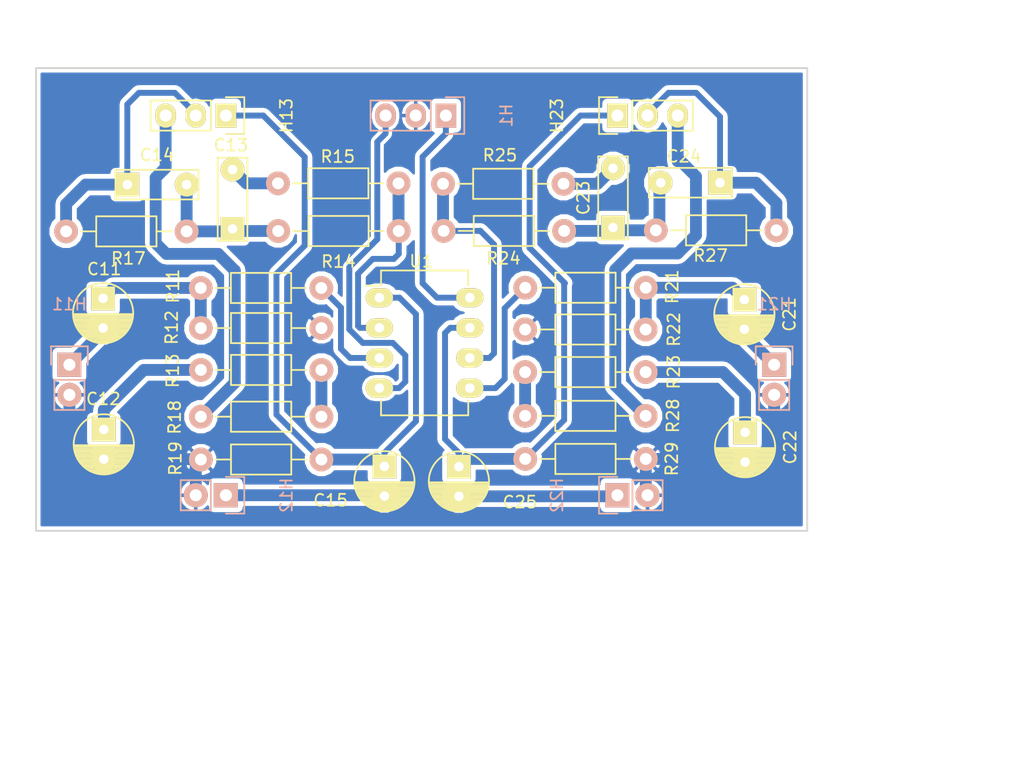
<source format=kicad_pcb>
(kicad_pcb (version 4) (host pcbnew 4.0.7)

  (general
    (links 52)
    (no_connects 2)
    (area 96.11 52.395 182.504868 119.030001)
    (thickness 1.6)
    (drawings 9)
    (tracks 165)
    (zones 0)
    (modules 34)
    (nets 26)
  )

  (page A4)
  (layers
    (0 F.Cu signal)
    (31 B.Cu signal)
    (32 B.Adhes user)
    (33 F.Adhes user)
    (34 B.Paste user)
    (35 F.Paste user)
    (36 B.SilkS user)
    (37 F.SilkS user)
    (38 B.Mask user)
    (39 F.Mask user)
    (40 Dwgs.User user)
    (41 Cmts.User user)
    (42 Eco1.User user)
    (43 Eco2.User user)
    (44 Edge.Cuts user)
    (45 Margin user)
    (46 B.CrtYd user)
    (47 F.CrtYd user)
    (48 B.Fab user)
    (49 F.Fab user)
  )

  (setup
    (last_trace_width 1)
    (trace_clearance 0.4)
    (zone_clearance 0.3)
    (zone_45_only no)
    (trace_min 0.1)
    (segment_width 0.2)
    (edge_width 0.15)
    (via_size 0.6)
    (via_drill 0.4)
    (via_min_size 0.4)
    (via_min_drill 0.3)
    (uvia_size 0.3)
    (uvia_drill 0.1)
    (uvias_allowed no)
    (uvia_min_size 0.2)
    (uvia_min_drill 0.1)
    (pcb_text_width 0.3)
    (pcb_text_size 1.5 1.5)
    (mod_edge_width 0.15)
    (mod_text_size 1 1)
    (mod_text_width 0.15)
    (pad_size 2 2)
    (pad_drill 0.8)
    (pad_to_mask_clearance 0.2)
    (aux_axis_origin 0 0)
    (visible_elements FFFFFF7F)
    (pcbplotparams
      (layerselection 0x010f0_80000001)
      (usegerberextensions false)
      (excludeedgelayer true)
      (linewidth 0.100000)
      (plotframeref false)
      (viasonmask false)
      (mode 1)
      (useauxorigin false)
      (hpglpennumber 1)
      (hpglpenspeed 20)
      (hpglpendiameter 15)
      (hpglpenoverlay 2)
      (psnegative false)
      (psa4output false)
      (plotreference true)
      (plotvalue true)
      (plotinvisibletext false)
      (padsonsilk false)
      (subtractmaskfromsilk false)
      (outputformat 1)
      (mirror false)
      (drillshape 0)
      (scaleselection 1)
      (outputdirectory "Gerber output/"))
  )

  (net 0 "")
  (net 1 "Net-(C11-Pad1)")
  (net 2 "Net-(C12-Pad1)")
  (net 3 GND)
  (net 4 "Net-(C13-Pad1)")
  (net 5 "Net-(C13-Pad2)")
  (net 6 "Net-(C14-Pad1)")
  (net 7 "Net-(C15-Pad1)")
  (net 8 "Net-(C21-Pad1)")
  (net 9 "Net-(C22-Pad1)")
  (net 10 "Net-(C23-Pad1)")
  (net 11 "Net-(C23-Pad2)")
  (net 12 "Net-(C24-Pad1)")
  (net 13 "Net-(C25-Pad1)")
  (net 14 /V+)
  (net 15 /V-)
  (net 16 "Net-(H13-Pad3)")
  (net 17 "Net-(H23-Pad3)")
  (net 18 "Net-(R11-Pad1)")
  (net 19 "Net-(R13-Pad2)")
  (net 20 "Net-(R21-Pad1)")
  (net 21 "Net-(R23-Pad2)")
  (net 22 /IN_L)
  (net 23 /OUT_L)
  (net 24 /IN_R)
  (net 25 /OUT_R)

  (net_class Default "Ceci est la Netclass par défaut"
    (clearance 0.4)
    (trace_width 1)
    (via_dia 0.6)
    (via_drill 0.4)
    (uvia_dia 0.3)
    (uvia_drill 0.1)
    (add_net /IN_L)
    (add_net /IN_R)
    (add_net /OUT_L)
    (add_net /OUT_R)
    (add_net GND)
    (add_net "Net-(C11-Pad1)")
    (add_net "Net-(C12-Pad1)")
    (add_net "Net-(C13-Pad1)")
    (add_net "Net-(C13-Pad2)")
    (add_net "Net-(C14-Pad1)")
    (add_net "Net-(C21-Pad1)")
    (add_net "Net-(C22-Pad1)")
    (add_net "Net-(C23-Pad1)")
    (add_net "Net-(C23-Pad2)")
    (add_net "Net-(C24-Pad1)")
    (add_net "Net-(H13-Pad3)")
    (add_net "Net-(H23-Pad3)")
    (add_net "Net-(R13-Pad2)")
    (add_net "Net-(R23-Pad2)")
  )

  (net_class extra_small ""
    (clearance 0.1)
    (trace_width 0.1)
    (via_dia 0.6)
    (via_drill 0.4)
    (uvia_dia 0.3)
    (uvia_drill 0.1)
    (add_net /V-)
  )

  (net_class small ""
    (clearance 0.4)
    (trace_width 0.5)
    (via_dia 0.6)
    (via_drill 0.4)
    (uvia_dia 0.3)
    (uvia_drill 0.1)
    (add_net /V+)
    (add_net "Net-(C15-Pad1)")
    (add_net "Net-(C25-Pad1)")
    (add_net "Net-(R11-Pad1)")
    (add_net "Net-(R21-Pad1)")
  )

  (module Capacitors_ThroughHole:C_Radial_D5_L11_P2.5 (layer F.Cu) (tedit 5730AC90) (tstamp 5724E747)
    (at 104.65 77.41 270)
    (descr "Radial Electrolytic Capacitor Diameter 5mm x Length 11mm, Pitch 2.5mm")
    (tags "Electrolytic Capacitor")
    (path /571FAC2F)
    (fp_text reference C11 (at -2.47 -0.1 360) (layer F.SilkS)
      (effects (font (size 1 1) (thickness 0.15)))
    )
    (fp_text value 10u (at 1.25 3.8 270) (layer F.Fab)
      (effects (font (size 1 1) (thickness 0.15)))
    )
    (fp_line (start 1.325 -2.499) (end 1.325 2.499) (layer F.SilkS) (width 0.15))
    (fp_line (start 1.465 -2.491) (end 1.465 2.491) (layer F.SilkS) (width 0.15))
    (fp_line (start 1.605 -2.475) (end 1.605 -0.095) (layer F.SilkS) (width 0.15))
    (fp_line (start 1.605 0.095) (end 1.605 2.475) (layer F.SilkS) (width 0.15))
    (fp_line (start 1.745 -2.451) (end 1.745 -0.49) (layer F.SilkS) (width 0.15))
    (fp_line (start 1.745 0.49) (end 1.745 2.451) (layer F.SilkS) (width 0.15))
    (fp_line (start 1.885 -2.418) (end 1.885 -0.657) (layer F.SilkS) (width 0.15))
    (fp_line (start 1.885 0.657) (end 1.885 2.418) (layer F.SilkS) (width 0.15))
    (fp_line (start 2.025 -2.377) (end 2.025 -0.764) (layer F.SilkS) (width 0.15))
    (fp_line (start 2.025 0.764) (end 2.025 2.377) (layer F.SilkS) (width 0.15))
    (fp_line (start 2.165 -2.327) (end 2.165 -0.835) (layer F.SilkS) (width 0.15))
    (fp_line (start 2.165 0.835) (end 2.165 2.327) (layer F.SilkS) (width 0.15))
    (fp_line (start 2.305 -2.266) (end 2.305 -0.879) (layer F.SilkS) (width 0.15))
    (fp_line (start 2.305 0.879) (end 2.305 2.266) (layer F.SilkS) (width 0.15))
    (fp_line (start 2.445 -2.196) (end 2.445 -0.898) (layer F.SilkS) (width 0.15))
    (fp_line (start 2.445 0.898) (end 2.445 2.196) (layer F.SilkS) (width 0.15))
    (fp_line (start 2.585 -2.114) (end 2.585 -0.896) (layer F.SilkS) (width 0.15))
    (fp_line (start 2.585 0.896) (end 2.585 2.114) (layer F.SilkS) (width 0.15))
    (fp_line (start 2.725 -2.019) (end 2.725 -0.871) (layer F.SilkS) (width 0.15))
    (fp_line (start 2.725 0.871) (end 2.725 2.019) (layer F.SilkS) (width 0.15))
    (fp_line (start 2.865 -1.908) (end 2.865 -0.823) (layer F.SilkS) (width 0.15))
    (fp_line (start 2.865 0.823) (end 2.865 1.908) (layer F.SilkS) (width 0.15))
    (fp_line (start 3.005 -1.78) (end 3.005 -0.745) (layer F.SilkS) (width 0.15))
    (fp_line (start 3.005 0.745) (end 3.005 1.78) (layer F.SilkS) (width 0.15))
    (fp_line (start 3.145 -1.631) (end 3.145 -0.628) (layer F.SilkS) (width 0.15))
    (fp_line (start 3.145 0.628) (end 3.145 1.631) (layer F.SilkS) (width 0.15))
    (fp_line (start 3.285 -1.452) (end 3.285 -0.44) (layer F.SilkS) (width 0.15))
    (fp_line (start 3.285 0.44) (end 3.285 1.452) (layer F.SilkS) (width 0.15))
    (fp_line (start 3.425 -1.233) (end 3.425 1.233) (layer F.SilkS) (width 0.15))
    (fp_line (start 3.565 -0.944) (end 3.565 0.944) (layer F.SilkS) (width 0.15))
    (fp_line (start 3.705 -0.472) (end 3.705 0.472) (layer F.SilkS) (width 0.15))
    (fp_circle (center 2.5 0) (end 2.5 -0.9) (layer F.SilkS) (width 0.15))
    (fp_circle (center 1.25 0) (end 1.25 -2.5375) (layer F.SilkS) (width 0.15))
    (fp_circle (center 1.25 0) (end 1.25 -2.8) (layer F.CrtYd) (width 0.05))
    (pad 1 thru_hole rect (at 0 0 270) (size 2 2) (drill 0.8) (layers *.Cu *.Mask F.SilkS)
      (net 1 "Net-(C11-Pad1)"))
    (pad 2 thru_hole circle (at 2.5 0 270) (size 2 2) (drill 0.8) (layers *.Cu *.Mask F.SilkS)
      (net 22 /IN_L))
    (model Capacitors_ThroughHole.3dshapes/C_Radial_D5_L11_P2.5.wrl
      (at (xyz 0.049213 0 0))
      (scale (xyz 1 1 1))
      (rotate (xyz 0 0 90))
    )
  )

  (module Capacitors_ThroughHole:C_Radial_D5_L11_P2.5 (layer F.Cu) (tedit 5730AC9A) (tstamp 5724E76F)
    (at 104.71 88.46 270)
    (descr "Radial Electrolytic Capacitor Diameter 5mm x Length 11mm, Pitch 2.5mm")
    (tags "Electrolytic Capacitor")
    (path /571FAC33)
    (fp_text reference C12 (at -2.58 0.04 360) (layer F.SilkS)
      (effects (font (size 1 1) (thickness 0.15)))
    )
    (fp_text value 100u (at 1.25 3.8 270) (layer F.Fab)
      (effects (font (size 1 1) (thickness 0.15)))
    )
    (fp_line (start 1.325 -2.499) (end 1.325 2.499) (layer F.SilkS) (width 0.15))
    (fp_line (start 1.465 -2.491) (end 1.465 2.491) (layer F.SilkS) (width 0.15))
    (fp_line (start 1.605 -2.475) (end 1.605 -0.095) (layer F.SilkS) (width 0.15))
    (fp_line (start 1.605 0.095) (end 1.605 2.475) (layer F.SilkS) (width 0.15))
    (fp_line (start 1.745 -2.451) (end 1.745 -0.49) (layer F.SilkS) (width 0.15))
    (fp_line (start 1.745 0.49) (end 1.745 2.451) (layer F.SilkS) (width 0.15))
    (fp_line (start 1.885 -2.418) (end 1.885 -0.657) (layer F.SilkS) (width 0.15))
    (fp_line (start 1.885 0.657) (end 1.885 2.418) (layer F.SilkS) (width 0.15))
    (fp_line (start 2.025 -2.377) (end 2.025 -0.764) (layer F.SilkS) (width 0.15))
    (fp_line (start 2.025 0.764) (end 2.025 2.377) (layer F.SilkS) (width 0.15))
    (fp_line (start 2.165 -2.327) (end 2.165 -0.835) (layer F.SilkS) (width 0.15))
    (fp_line (start 2.165 0.835) (end 2.165 2.327) (layer F.SilkS) (width 0.15))
    (fp_line (start 2.305 -2.266) (end 2.305 -0.879) (layer F.SilkS) (width 0.15))
    (fp_line (start 2.305 0.879) (end 2.305 2.266) (layer F.SilkS) (width 0.15))
    (fp_line (start 2.445 -2.196) (end 2.445 -0.898) (layer F.SilkS) (width 0.15))
    (fp_line (start 2.445 0.898) (end 2.445 2.196) (layer F.SilkS) (width 0.15))
    (fp_line (start 2.585 -2.114) (end 2.585 -0.896) (layer F.SilkS) (width 0.15))
    (fp_line (start 2.585 0.896) (end 2.585 2.114) (layer F.SilkS) (width 0.15))
    (fp_line (start 2.725 -2.019) (end 2.725 -0.871) (layer F.SilkS) (width 0.15))
    (fp_line (start 2.725 0.871) (end 2.725 2.019) (layer F.SilkS) (width 0.15))
    (fp_line (start 2.865 -1.908) (end 2.865 -0.823) (layer F.SilkS) (width 0.15))
    (fp_line (start 2.865 0.823) (end 2.865 1.908) (layer F.SilkS) (width 0.15))
    (fp_line (start 3.005 -1.78) (end 3.005 -0.745) (layer F.SilkS) (width 0.15))
    (fp_line (start 3.005 0.745) (end 3.005 1.78) (layer F.SilkS) (width 0.15))
    (fp_line (start 3.145 -1.631) (end 3.145 -0.628) (layer F.SilkS) (width 0.15))
    (fp_line (start 3.145 0.628) (end 3.145 1.631) (layer F.SilkS) (width 0.15))
    (fp_line (start 3.285 -1.452) (end 3.285 -0.44) (layer F.SilkS) (width 0.15))
    (fp_line (start 3.285 0.44) (end 3.285 1.452) (layer F.SilkS) (width 0.15))
    (fp_line (start 3.425 -1.233) (end 3.425 1.233) (layer F.SilkS) (width 0.15))
    (fp_line (start 3.565 -0.944) (end 3.565 0.944) (layer F.SilkS) (width 0.15))
    (fp_line (start 3.705 -0.472) (end 3.705 0.472) (layer F.SilkS) (width 0.15))
    (fp_circle (center 2.5 0) (end 2.5 -0.9) (layer F.SilkS) (width 0.15))
    (fp_circle (center 1.25 0) (end 1.25 -2.5375) (layer F.SilkS) (width 0.15))
    (fp_circle (center 1.25 0) (end 1.25 -2.8) (layer F.CrtYd) (width 0.05))
    (pad 1 thru_hole rect (at 0 0 270) (size 2 2) (drill 0.8) (layers *.Cu *.Mask F.SilkS)
      (net 2 "Net-(C12-Pad1)"))
    (pad 2 thru_hole circle (at 2.5 0 270) (size 2 2) (drill 0.8) (layers *.Cu *.Mask F.SilkS)
      (net 3 GND))
    (model Capacitors_ThroughHole.3dshapes/C_Radial_D5_L11_P2.5.wrl
      (at (xyz 0.049213 0 0))
      (scale (xyz 1 1 1))
      (rotate (xyz 0 0 90))
    )
  )

  (module Capacitors_ThroughHole:C_Rect_L7_W2.5_P5 (layer F.Cu) (tedit 5730AC80) (tstamp 5724E77D)
    (at 115.56 71.55 90)
    (descr "Film Capacitor Length 7mm x Width 2.5mm, Pitch 5mm")
    (tags Capacitor)
    (path /571FAC42)
    (fp_text reference C13 (at 7.06 -0.13 180) (layer F.SilkS)
      (effects (font (size 1 1) (thickness 0.15)))
    )
    (fp_text value 8n2 (at 2.42 0.07 90) (layer F.Fab)
      (effects (font (size 1 1) (thickness 0.15)))
    )
    (fp_line (start -1.25 -1.5) (end 6.25 -1.5) (layer F.CrtYd) (width 0.05))
    (fp_line (start 6.25 -1.5) (end 6.25 1.5) (layer F.CrtYd) (width 0.05))
    (fp_line (start 6.25 1.5) (end -1.25 1.5) (layer F.CrtYd) (width 0.05))
    (fp_line (start -1.25 1.5) (end -1.25 -1.5) (layer F.CrtYd) (width 0.05))
    (fp_line (start -1 -1.25) (end 6 -1.25) (layer F.SilkS) (width 0.15))
    (fp_line (start 6 -1.25) (end 6 1.25) (layer F.SilkS) (width 0.15))
    (fp_line (start 6 1.25) (end -1 1.25) (layer F.SilkS) (width 0.15))
    (fp_line (start -1 1.25) (end -1 -1.25) (layer F.SilkS) (width 0.15))
    (pad 1 thru_hole rect (at 0 0 90) (size 2 2) (drill 0.8) (layers *.Cu *.Mask F.SilkS)
      (net 4 "Net-(C13-Pad1)"))
    (pad 2 thru_hole circle (at 5 0 90) (size 2 2) (drill 0.8) (layers *.Cu *.Mask F.SilkS)
      (net 5 "Net-(C13-Pad2)"))
  )

  (module Capacitors_ThroughHole:C_Rect_L7_W2.5_P5 (layer F.Cu) (tedit 5730AC65) (tstamp 5724E78B)
    (at 106.69 67.82)
    (descr "Film Capacitor Length 7mm x Width 2.5mm, Pitch 5mm")
    (tags Capacitor)
    (path /571FAC43)
    (fp_text reference C14 (at 2.5 -2.5) (layer F.SilkS)
      (effects (font (size 1 1) (thickness 0.15)))
    )
    (fp_text value 22n (at 2.76 0) (layer F.Fab)
      (effects (font (size 1 1) (thickness 0.15)))
    )
    (fp_line (start -1.25 -1.5) (end 6.25 -1.5) (layer F.CrtYd) (width 0.05))
    (fp_line (start 6.25 -1.5) (end 6.25 1.5) (layer F.CrtYd) (width 0.05))
    (fp_line (start 6.25 1.5) (end -1.25 1.5) (layer F.CrtYd) (width 0.05))
    (fp_line (start -1.25 1.5) (end -1.25 -1.5) (layer F.CrtYd) (width 0.05))
    (fp_line (start -1 -1.25) (end 6 -1.25) (layer F.SilkS) (width 0.15))
    (fp_line (start 6 -1.25) (end 6 1.25) (layer F.SilkS) (width 0.15))
    (fp_line (start 6 1.25) (end -1 1.25) (layer F.SilkS) (width 0.15))
    (fp_line (start -1 1.25) (end -1 -1.25) (layer F.SilkS) (width 0.15))
    (pad 1 thru_hole rect (at 0 0) (size 2 2) (drill 0.8) (layers *.Cu *.Mask F.SilkS)
      (net 6 "Net-(C14-Pad1)"))
    (pad 2 thru_hole circle (at 5 0) (size 2 2) (drill 0.8) (layers *.Cu *.Mask F.SilkS)
      (net 4 "Net-(C13-Pad1)"))
  )

  (module Capacitors_ThroughHole:C_Radial_D5_L11_P2.5 (layer F.Cu) (tedit 5730ACA5) (tstamp 5724E7B3)
    (at 128.36 91.57 270)
    (descr "Radial Electrolytic Capacitor Diameter 5mm x Length 11mm, Pitch 2.5mm")
    (tags "Electrolytic Capacitor")
    (path /571FAC49)
    (fp_text reference C15 (at 2.86 4.53 360) (layer F.SilkS)
      (effects (font (size 1 1) (thickness 0.15)))
    )
    (fp_text value 10u (at -2.28 -0.05 360) (layer F.Fab)
      (effects (font (size 1 1) (thickness 0.15)))
    )
    (fp_line (start 1.325 -2.499) (end 1.325 2.499) (layer F.SilkS) (width 0.15))
    (fp_line (start 1.465 -2.491) (end 1.465 2.491) (layer F.SilkS) (width 0.15))
    (fp_line (start 1.605 -2.475) (end 1.605 -0.095) (layer F.SilkS) (width 0.15))
    (fp_line (start 1.605 0.095) (end 1.605 2.475) (layer F.SilkS) (width 0.15))
    (fp_line (start 1.745 -2.451) (end 1.745 -0.49) (layer F.SilkS) (width 0.15))
    (fp_line (start 1.745 0.49) (end 1.745 2.451) (layer F.SilkS) (width 0.15))
    (fp_line (start 1.885 -2.418) (end 1.885 -0.657) (layer F.SilkS) (width 0.15))
    (fp_line (start 1.885 0.657) (end 1.885 2.418) (layer F.SilkS) (width 0.15))
    (fp_line (start 2.025 -2.377) (end 2.025 -0.764) (layer F.SilkS) (width 0.15))
    (fp_line (start 2.025 0.764) (end 2.025 2.377) (layer F.SilkS) (width 0.15))
    (fp_line (start 2.165 -2.327) (end 2.165 -0.835) (layer F.SilkS) (width 0.15))
    (fp_line (start 2.165 0.835) (end 2.165 2.327) (layer F.SilkS) (width 0.15))
    (fp_line (start 2.305 -2.266) (end 2.305 -0.879) (layer F.SilkS) (width 0.15))
    (fp_line (start 2.305 0.879) (end 2.305 2.266) (layer F.SilkS) (width 0.15))
    (fp_line (start 2.445 -2.196) (end 2.445 -0.898) (layer F.SilkS) (width 0.15))
    (fp_line (start 2.445 0.898) (end 2.445 2.196) (layer F.SilkS) (width 0.15))
    (fp_line (start 2.585 -2.114) (end 2.585 -0.896) (layer F.SilkS) (width 0.15))
    (fp_line (start 2.585 0.896) (end 2.585 2.114) (layer F.SilkS) (width 0.15))
    (fp_line (start 2.725 -2.019) (end 2.725 -0.871) (layer F.SilkS) (width 0.15))
    (fp_line (start 2.725 0.871) (end 2.725 2.019) (layer F.SilkS) (width 0.15))
    (fp_line (start 2.865 -1.908) (end 2.865 -0.823) (layer F.SilkS) (width 0.15))
    (fp_line (start 2.865 0.823) (end 2.865 1.908) (layer F.SilkS) (width 0.15))
    (fp_line (start 3.005 -1.78) (end 3.005 -0.745) (layer F.SilkS) (width 0.15))
    (fp_line (start 3.005 0.745) (end 3.005 1.78) (layer F.SilkS) (width 0.15))
    (fp_line (start 3.145 -1.631) (end 3.145 -0.628) (layer F.SilkS) (width 0.15))
    (fp_line (start 3.145 0.628) (end 3.145 1.631) (layer F.SilkS) (width 0.15))
    (fp_line (start 3.285 -1.452) (end 3.285 -0.44) (layer F.SilkS) (width 0.15))
    (fp_line (start 3.285 0.44) (end 3.285 1.452) (layer F.SilkS) (width 0.15))
    (fp_line (start 3.425 -1.233) (end 3.425 1.233) (layer F.SilkS) (width 0.15))
    (fp_line (start 3.565 -0.944) (end 3.565 0.944) (layer F.SilkS) (width 0.15))
    (fp_line (start 3.705 -0.472) (end 3.705 0.472) (layer F.SilkS) (width 0.15))
    (fp_circle (center 2.5 0) (end 2.5 -0.9) (layer F.SilkS) (width 0.15))
    (fp_circle (center 1.25 0) (end 1.25 -2.5375) (layer F.SilkS) (width 0.15))
    (fp_circle (center 1.25 0) (end 1.25 -2.8) (layer F.CrtYd) (width 0.05))
    (pad 1 thru_hole rect (at 0 0 270) (size 2 2) (drill 0.8) (layers *.Cu *.Mask F.SilkS)
      (net 7 "Net-(C15-Pad1)"))
    (pad 2 thru_hole circle (at 2.5 0 270) (size 2 2) (drill 0.8) (layers *.Cu *.Mask F.SilkS)
      (net 23 /OUT_L))
    (model Capacitors_ThroughHole.3dshapes/C_Radial_D5_L11_P2.5.wrl
      (at (xyz 0.049213 0 0))
      (scale (xyz 1 1 1))
      (rotate (xyz 0 0 90))
    )
  )

  (module Capacitors_ThroughHole:C_Radial_D5_L11_P2.5 (layer F.Cu) (tedit 5730ACCE) (tstamp 5724E7DB)
    (at 158.7 77.51 270)
    (descr "Radial Electrolytic Capacitor Diameter 5mm x Length 11mm, Pitch 2.5mm")
    (tags "Electrolytic Capacitor")
    (path /571FB0F6)
    (fp_text reference C21 (at 1.25 -3.8 270) (layer F.SilkS)
      (effects (font (size 1 1) (thickness 0.15)))
    )
    (fp_text value 10u (at 1.25 3.8 270) (layer F.Fab)
      (effects (font (size 1 1) (thickness 0.15)))
    )
    (fp_line (start 1.325 -2.499) (end 1.325 2.499) (layer F.SilkS) (width 0.15))
    (fp_line (start 1.465 -2.491) (end 1.465 2.491) (layer F.SilkS) (width 0.15))
    (fp_line (start 1.605 -2.475) (end 1.605 -0.095) (layer F.SilkS) (width 0.15))
    (fp_line (start 1.605 0.095) (end 1.605 2.475) (layer F.SilkS) (width 0.15))
    (fp_line (start 1.745 -2.451) (end 1.745 -0.49) (layer F.SilkS) (width 0.15))
    (fp_line (start 1.745 0.49) (end 1.745 2.451) (layer F.SilkS) (width 0.15))
    (fp_line (start 1.885 -2.418) (end 1.885 -0.657) (layer F.SilkS) (width 0.15))
    (fp_line (start 1.885 0.657) (end 1.885 2.418) (layer F.SilkS) (width 0.15))
    (fp_line (start 2.025 -2.377) (end 2.025 -0.764) (layer F.SilkS) (width 0.15))
    (fp_line (start 2.025 0.764) (end 2.025 2.377) (layer F.SilkS) (width 0.15))
    (fp_line (start 2.165 -2.327) (end 2.165 -0.835) (layer F.SilkS) (width 0.15))
    (fp_line (start 2.165 0.835) (end 2.165 2.327) (layer F.SilkS) (width 0.15))
    (fp_line (start 2.305 -2.266) (end 2.305 -0.879) (layer F.SilkS) (width 0.15))
    (fp_line (start 2.305 0.879) (end 2.305 2.266) (layer F.SilkS) (width 0.15))
    (fp_line (start 2.445 -2.196) (end 2.445 -0.898) (layer F.SilkS) (width 0.15))
    (fp_line (start 2.445 0.898) (end 2.445 2.196) (layer F.SilkS) (width 0.15))
    (fp_line (start 2.585 -2.114) (end 2.585 -0.896) (layer F.SilkS) (width 0.15))
    (fp_line (start 2.585 0.896) (end 2.585 2.114) (layer F.SilkS) (width 0.15))
    (fp_line (start 2.725 -2.019) (end 2.725 -0.871) (layer F.SilkS) (width 0.15))
    (fp_line (start 2.725 0.871) (end 2.725 2.019) (layer F.SilkS) (width 0.15))
    (fp_line (start 2.865 -1.908) (end 2.865 -0.823) (layer F.SilkS) (width 0.15))
    (fp_line (start 2.865 0.823) (end 2.865 1.908) (layer F.SilkS) (width 0.15))
    (fp_line (start 3.005 -1.78) (end 3.005 -0.745) (layer F.SilkS) (width 0.15))
    (fp_line (start 3.005 0.745) (end 3.005 1.78) (layer F.SilkS) (width 0.15))
    (fp_line (start 3.145 -1.631) (end 3.145 -0.628) (layer F.SilkS) (width 0.15))
    (fp_line (start 3.145 0.628) (end 3.145 1.631) (layer F.SilkS) (width 0.15))
    (fp_line (start 3.285 -1.452) (end 3.285 -0.44) (layer F.SilkS) (width 0.15))
    (fp_line (start 3.285 0.44) (end 3.285 1.452) (layer F.SilkS) (width 0.15))
    (fp_line (start 3.425 -1.233) (end 3.425 1.233) (layer F.SilkS) (width 0.15))
    (fp_line (start 3.565 -0.944) (end 3.565 0.944) (layer F.SilkS) (width 0.15))
    (fp_line (start 3.705 -0.472) (end 3.705 0.472) (layer F.SilkS) (width 0.15))
    (fp_circle (center 2.5 0) (end 2.5 -0.9) (layer F.SilkS) (width 0.15))
    (fp_circle (center 1.25 0) (end 1.25 -2.5375) (layer F.SilkS) (width 0.15))
    (fp_circle (center 1.25 0) (end 1.25 -2.8) (layer F.CrtYd) (width 0.05))
    (pad 1 thru_hole rect (at 0 0 270) (size 2 2) (drill 0.8) (layers *.Cu *.Mask F.SilkS)
      (net 8 "Net-(C21-Pad1)"))
    (pad 2 thru_hole circle (at 2.5 0 270) (size 2 2) (drill 0.8) (layers *.Cu *.Mask F.SilkS)
      (net 24 /IN_R))
    (model Capacitors_ThroughHole.3dshapes/C_Radial_D5_L11_P2.5.wrl
      (at (xyz 0.049213 0 0))
      (scale (xyz 1 1 1))
      (rotate (xyz 0 0 90))
    )
  )

  (module Capacitors_ThroughHole:C_Radial_D5_L11_P2.5 (layer F.Cu) (tedit 5730ACC1) (tstamp 5724E803)
    (at 158.76 88.7 270)
    (descr "Radial Electrolytic Capacitor Diameter 5mm x Length 11mm, Pitch 2.5mm")
    (tags "Electrolytic Capacitor")
    (path /571FB117)
    (fp_text reference C22 (at 1.25 -3.8 270) (layer F.SilkS)
      (effects (font (size 1 1) (thickness 0.15)))
    )
    (fp_text value 100u (at 1.25 3.8 270) (layer F.Fab)
      (effects (font (size 1 1) (thickness 0.15)))
    )
    (fp_line (start 1.325 -2.499) (end 1.325 2.499) (layer F.SilkS) (width 0.15))
    (fp_line (start 1.465 -2.491) (end 1.465 2.491) (layer F.SilkS) (width 0.15))
    (fp_line (start 1.605 -2.475) (end 1.605 -0.095) (layer F.SilkS) (width 0.15))
    (fp_line (start 1.605 0.095) (end 1.605 2.475) (layer F.SilkS) (width 0.15))
    (fp_line (start 1.745 -2.451) (end 1.745 -0.49) (layer F.SilkS) (width 0.15))
    (fp_line (start 1.745 0.49) (end 1.745 2.451) (layer F.SilkS) (width 0.15))
    (fp_line (start 1.885 -2.418) (end 1.885 -0.657) (layer F.SilkS) (width 0.15))
    (fp_line (start 1.885 0.657) (end 1.885 2.418) (layer F.SilkS) (width 0.15))
    (fp_line (start 2.025 -2.377) (end 2.025 -0.764) (layer F.SilkS) (width 0.15))
    (fp_line (start 2.025 0.764) (end 2.025 2.377) (layer F.SilkS) (width 0.15))
    (fp_line (start 2.165 -2.327) (end 2.165 -0.835) (layer F.SilkS) (width 0.15))
    (fp_line (start 2.165 0.835) (end 2.165 2.327) (layer F.SilkS) (width 0.15))
    (fp_line (start 2.305 -2.266) (end 2.305 -0.879) (layer F.SilkS) (width 0.15))
    (fp_line (start 2.305 0.879) (end 2.305 2.266) (layer F.SilkS) (width 0.15))
    (fp_line (start 2.445 -2.196) (end 2.445 -0.898) (layer F.SilkS) (width 0.15))
    (fp_line (start 2.445 0.898) (end 2.445 2.196) (layer F.SilkS) (width 0.15))
    (fp_line (start 2.585 -2.114) (end 2.585 -0.896) (layer F.SilkS) (width 0.15))
    (fp_line (start 2.585 0.896) (end 2.585 2.114) (layer F.SilkS) (width 0.15))
    (fp_line (start 2.725 -2.019) (end 2.725 -0.871) (layer F.SilkS) (width 0.15))
    (fp_line (start 2.725 0.871) (end 2.725 2.019) (layer F.SilkS) (width 0.15))
    (fp_line (start 2.865 -1.908) (end 2.865 -0.823) (layer F.SilkS) (width 0.15))
    (fp_line (start 2.865 0.823) (end 2.865 1.908) (layer F.SilkS) (width 0.15))
    (fp_line (start 3.005 -1.78) (end 3.005 -0.745) (layer F.SilkS) (width 0.15))
    (fp_line (start 3.005 0.745) (end 3.005 1.78) (layer F.SilkS) (width 0.15))
    (fp_line (start 3.145 -1.631) (end 3.145 -0.628) (layer F.SilkS) (width 0.15))
    (fp_line (start 3.145 0.628) (end 3.145 1.631) (layer F.SilkS) (width 0.15))
    (fp_line (start 3.285 -1.452) (end 3.285 -0.44) (layer F.SilkS) (width 0.15))
    (fp_line (start 3.285 0.44) (end 3.285 1.452) (layer F.SilkS) (width 0.15))
    (fp_line (start 3.425 -1.233) (end 3.425 1.233) (layer F.SilkS) (width 0.15))
    (fp_line (start 3.565 -0.944) (end 3.565 0.944) (layer F.SilkS) (width 0.15))
    (fp_line (start 3.705 -0.472) (end 3.705 0.472) (layer F.SilkS) (width 0.15))
    (fp_circle (center 2.5 0) (end 2.5 -0.9) (layer F.SilkS) (width 0.15))
    (fp_circle (center 1.25 0) (end 1.25 -2.5375) (layer F.SilkS) (width 0.15))
    (fp_circle (center 1.25 0) (end 1.25 -2.8) (layer F.CrtYd) (width 0.05))
    (pad 1 thru_hole rect (at 0 0 270) (size 2 2) (drill 0.8) (layers *.Cu *.Mask F.SilkS)
      (net 9 "Net-(C22-Pad1)"))
    (pad 2 thru_hole circle (at 2.5 0 270) (size 2 2) (drill 0.8) (layers *.Cu *.Mask F.SilkS)
      (net 3 GND))
    (model Capacitors_ThroughHole.3dshapes/C_Radial_D5_L11_P2.5.wrl
      (at (xyz 0.049213 0 0))
      (scale (xyz 1 1 1))
      (rotate (xyz 0 0 90))
    )
  )

  (module Capacitors_ThroughHole:C_Rect_L7_W2.5_P5 (layer F.Cu) (tedit 5730ACED) (tstamp 5724E811)
    (at 147.63 71.44 90)
    (descr "Film Capacitor Length 7mm x Width 2.5mm, Pitch 5mm")
    (tags Capacitor)
    (path /571FB14F)
    (fp_text reference C23 (at 2.5 -2.5 90) (layer F.SilkS)
      (effects (font (size 1 1) (thickness 0.15)))
    )
    (fp_text value 8n2 (at 2.61 0.02 90) (layer F.Fab)
      (effects (font (size 1 1) (thickness 0.15)))
    )
    (fp_line (start -1.25 -1.5) (end 6.25 -1.5) (layer F.CrtYd) (width 0.05))
    (fp_line (start 6.25 -1.5) (end 6.25 1.5) (layer F.CrtYd) (width 0.05))
    (fp_line (start 6.25 1.5) (end -1.25 1.5) (layer F.CrtYd) (width 0.05))
    (fp_line (start -1.25 1.5) (end -1.25 -1.5) (layer F.CrtYd) (width 0.05))
    (fp_line (start -1 -1.25) (end 6 -1.25) (layer F.SilkS) (width 0.15))
    (fp_line (start 6 -1.25) (end 6 1.25) (layer F.SilkS) (width 0.15))
    (fp_line (start 6 1.25) (end -1 1.25) (layer F.SilkS) (width 0.15))
    (fp_line (start -1 1.25) (end -1 -1.25) (layer F.SilkS) (width 0.15))
    (pad 1 thru_hole rect (at 0 0 90) (size 2 2) (drill 0.8) (layers *.Cu *.Mask F.SilkS)
      (net 10 "Net-(C23-Pad1)"))
    (pad 2 thru_hole circle (at 5 0 90) (size 2 2) (drill 0.8) (layers *.Cu *.Mask F.SilkS)
      (net 11 "Net-(C23-Pad2)"))
  )

  (module Capacitors_ThroughHole:C_Rect_L7_W2.5_P5 (layer F.Cu) (tedit 5730ACDB) (tstamp 5724E81F)
    (at 156.65 67.66 180)
    (descr "Film Capacitor Length 7mm x Width 2.5mm, Pitch 5mm")
    (tags Capacitor)
    (path /571FB157)
    (fp_text reference C24 (at 3.04 2.22 180) (layer F.SilkS)
      (effects (font (size 1 1) (thickness 0.15)))
    )
    (fp_text value 22n (at 2.7 0.12 180) (layer F.Fab)
      (effects (font (size 1 1) (thickness 0.15)))
    )
    (fp_line (start -1.25 -1.5) (end 6.25 -1.5) (layer F.CrtYd) (width 0.05))
    (fp_line (start 6.25 -1.5) (end 6.25 1.5) (layer F.CrtYd) (width 0.05))
    (fp_line (start 6.25 1.5) (end -1.25 1.5) (layer F.CrtYd) (width 0.05))
    (fp_line (start -1.25 1.5) (end -1.25 -1.5) (layer F.CrtYd) (width 0.05))
    (fp_line (start -1 -1.25) (end 6 -1.25) (layer F.SilkS) (width 0.15))
    (fp_line (start 6 -1.25) (end 6 1.25) (layer F.SilkS) (width 0.15))
    (fp_line (start 6 1.25) (end -1 1.25) (layer F.SilkS) (width 0.15))
    (fp_line (start -1 1.25) (end -1 -1.25) (layer F.SilkS) (width 0.15))
    (pad 1 thru_hole rect (at 0 0 180) (size 2 2) (drill 0.8) (layers *.Cu *.Mask F.SilkS)
      (net 12 "Net-(C24-Pad1)"))
    (pad 2 thru_hole circle (at 5 0 180) (size 2 2) (drill 0.8) (layers *.Cu *.Mask F.SilkS)
      (net 10 "Net-(C23-Pad1)"))
  )

  (module Capacitors_ThroughHole:C_Radial_D5_L11_P2.5 (layer F.Cu) (tedit 5730ACB4) (tstamp 5724E847)
    (at 134.64 91.59 270)
    (descr "Radial Electrolytic Capacitor Diameter 5mm x Length 11mm, Pitch 2.5mm")
    (tags "Electrolytic Capacitor")
    (path /571FB18A)
    (fp_text reference C25 (at 2.99 -5.14 360) (layer F.SilkS)
      (effects (font (size 1 1) (thickness 0.15)))
    )
    (fp_text value 10u (at -2.18 0.05 360) (layer F.Fab)
      (effects (font (size 1 1) (thickness 0.15)))
    )
    (fp_line (start 1.325 -2.499) (end 1.325 2.499) (layer F.SilkS) (width 0.15))
    (fp_line (start 1.465 -2.491) (end 1.465 2.491) (layer F.SilkS) (width 0.15))
    (fp_line (start 1.605 -2.475) (end 1.605 -0.095) (layer F.SilkS) (width 0.15))
    (fp_line (start 1.605 0.095) (end 1.605 2.475) (layer F.SilkS) (width 0.15))
    (fp_line (start 1.745 -2.451) (end 1.745 -0.49) (layer F.SilkS) (width 0.15))
    (fp_line (start 1.745 0.49) (end 1.745 2.451) (layer F.SilkS) (width 0.15))
    (fp_line (start 1.885 -2.418) (end 1.885 -0.657) (layer F.SilkS) (width 0.15))
    (fp_line (start 1.885 0.657) (end 1.885 2.418) (layer F.SilkS) (width 0.15))
    (fp_line (start 2.025 -2.377) (end 2.025 -0.764) (layer F.SilkS) (width 0.15))
    (fp_line (start 2.025 0.764) (end 2.025 2.377) (layer F.SilkS) (width 0.15))
    (fp_line (start 2.165 -2.327) (end 2.165 -0.835) (layer F.SilkS) (width 0.15))
    (fp_line (start 2.165 0.835) (end 2.165 2.327) (layer F.SilkS) (width 0.15))
    (fp_line (start 2.305 -2.266) (end 2.305 -0.879) (layer F.SilkS) (width 0.15))
    (fp_line (start 2.305 0.879) (end 2.305 2.266) (layer F.SilkS) (width 0.15))
    (fp_line (start 2.445 -2.196) (end 2.445 -0.898) (layer F.SilkS) (width 0.15))
    (fp_line (start 2.445 0.898) (end 2.445 2.196) (layer F.SilkS) (width 0.15))
    (fp_line (start 2.585 -2.114) (end 2.585 -0.896) (layer F.SilkS) (width 0.15))
    (fp_line (start 2.585 0.896) (end 2.585 2.114) (layer F.SilkS) (width 0.15))
    (fp_line (start 2.725 -2.019) (end 2.725 -0.871) (layer F.SilkS) (width 0.15))
    (fp_line (start 2.725 0.871) (end 2.725 2.019) (layer F.SilkS) (width 0.15))
    (fp_line (start 2.865 -1.908) (end 2.865 -0.823) (layer F.SilkS) (width 0.15))
    (fp_line (start 2.865 0.823) (end 2.865 1.908) (layer F.SilkS) (width 0.15))
    (fp_line (start 3.005 -1.78) (end 3.005 -0.745) (layer F.SilkS) (width 0.15))
    (fp_line (start 3.005 0.745) (end 3.005 1.78) (layer F.SilkS) (width 0.15))
    (fp_line (start 3.145 -1.631) (end 3.145 -0.628) (layer F.SilkS) (width 0.15))
    (fp_line (start 3.145 0.628) (end 3.145 1.631) (layer F.SilkS) (width 0.15))
    (fp_line (start 3.285 -1.452) (end 3.285 -0.44) (layer F.SilkS) (width 0.15))
    (fp_line (start 3.285 0.44) (end 3.285 1.452) (layer F.SilkS) (width 0.15))
    (fp_line (start 3.425 -1.233) (end 3.425 1.233) (layer F.SilkS) (width 0.15))
    (fp_line (start 3.565 -0.944) (end 3.565 0.944) (layer F.SilkS) (width 0.15))
    (fp_line (start 3.705 -0.472) (end 3.705 0.472) (layer F.SilkS) (width 0.15))
    (fp_circle (center 2.5 0) (end 2.5 -0.9) (layer F.SilkS) (width 0.15))
    (fp_circle (center 1.25 0) (end 1.25 -2.5375) (layer F.SilkS) (width 0.15))
    (fp_circle (center 1.25 0) (end 1.25 -2.8) (layer F.CrtYd) (width 0.05))
    (pad 1 thru_hole rect (at 0 0 270) (size 2 2) (drill 0.8) (layers *.Cu *.Mask F.SilkS)
      (net 13 "Net-(C25-Pad1)"))
    (pad 2 thru_hole circle (at 2.5 0 270) (size 2 2) (drill 0.8) (layers *.Cu *.Mask F.SilkS)
      (net 25 /OUT_R))
    (model Capacitors_ThroughHole.3dshapes/C_Radial_D5_L11_P2.5.wrl
      (at (xyz 0.049213 0 0))
      (scale (xyz 1 1 1))
      (rotate (xyz 0 0 90))
    )
  )

  (module Pin_Headers:Pin_Header_Straight_1x03 (layer B.Cu) (tedit 0) (tstamp 5724E859)
    (at 133.54 62 90)
    (descr "Through hole pin header")
    (tags "pin header")
    (path /571FAC36)
    (fp_text reference H1 (at 0 5.1 90) (layer B.SilkS)
      (effects (font (size 1 1) (thickness 0.15)) (justify mirror))
    )
    (fp_text value Header_01x03 (at 2.62 -2.6 180) (layer B.Fab)
      (effects (font (size 1 1) (thickness 0.15)) (justify mirror))
    )
    (fp_line (start -1.75 1.75) (end -1.75 -6.85) (layer B.CrtYd) (width 0.05))
    (fp_line (start 1.75 1.75) (end 1.75 -6.85) (layer B.CrtYd) (width 0.05))
    (fp_line (start -1.75 1.75) (end 1.75 1.75) (layer B.CrtYd) (width 0.05))
    (fp_line (start -1.75 -6.85) (end 1.75 -6.85) (layer B.CrtYd) (width 0.05))
    (fp_line (start -1.27 -1.27) (end -1.27 -6.35) (layer B.SilkS) (width 0.15))
    (fp_line (start -1.27 -6.35) (end 1.27 -6.35) (layer B.SilkS) (width 0.15))
    (fp_line (start 1.27 -6.35) (end 1.27 -1.27) (layer B.SilkS) (width 0.15))
    (fp_line (start 1.55 1.55) (end 1.55 0) (layer B.SilkS) (width 0.15))
    (fp_line (start 1.27 -1.27) (end -1.27 -1.27) (layer B.SilkS) (width 0.15))
    (fp_line (start -1.55 0) (end -1.55 1.55) (layer B.SilkS) (width 0.15))
    (fp_line (start -1.55 1.55) (end 1.55 1.55) (layer B.SilkS) (width 0.15))
    (pad 1 thru_hole rect (at 0 0 90) (size 2.032 1.7272) (drill 1.016) (layers *.Cu *.Mask B.SilkS)
      (net 14 /V+))
    (pad 2 thru_hole oval (at 0 -2.54 90) (size 2.032 1.7272) (drill 1.016) (layers *.Cu *.Mask B.SilkS)
      (net 3 GND))
    (pad 3 thru_hole oval (at 0 -5.08 90) (size 2.032 1.7272) (drill 1.016) (layers *.Cu *.Mask B.SilkS)
      (net 15 /V-))
    (model Pin_Headers.3dshapes/Pin_Header_Straight_1x03.wrl
      (at (xyz 0 -0.1 0))
      (scale (xyz 1 1 1))
      (rotate (xyz 0 0 90))
    )
  )

  (module Pin_Headers:Pin_Header_Straight_1x02 (layer B.Cu) (tedit 54EA090C) (tstamp 5724E86A)
    (at 101.81 83 180)
    (descr "Through hole pin header")
    (tags "pin header")
    (path /571FAC2E)
    (fp_text reference H11 (at 0 5.1 180) (layer B.SilkS)
      (effects (font (size 1 1) (thickness 0.15)) (justify mirror))
    )
    (fp_text value Header_01x02 (at 2.05 -0.49 270) (layer B.Fab)
      (effects (font (size 1 1) (thickness 0.15)) (justify mirror))
    )
    (fp_line (start 1.27 -1.27) (end 1.27 -3.81) (layer B.SilkS) (width 0.15))
    (fp_line (start 1.55 1.55) (end 1.55 0) (layer B.SilkS) (width 0.15))
    (fp_line (start -1.75 1.75) (end -1.75 -4.3) (layer B.CrtYd) (width 0.05))
    (fp_line (start 1.75 1.75) (end 1.75 -4.3) (layer B.CrtYd) (width 0.05))
    (fp_line (start -1.75 1.75) (end 1.75 1.75) (layer B.CrtYd) (width 0.05))
    (fp_line (start -1.75 -4.3) (end 1.75 -4.3) (layer B.CrtYd) (width 0.05))
    (fp_line (start 1.27 -1.27) (end -1.27 -1.27) (layer B.SilkS) (width 0.15))
    (fp_line (start -1.55 0) (end -1.55 1.55) (layer B.SilkS) (width 0.15))
    (fp_line (start -1.55 1.55) (end 1.55 1.55) (layer B.SilkS) (width 0.15))
    (fp_line (start -1.27 -1.27) (end -1.27 -3.81) (layer B.SilkS) (width 0.15))
    (fp_line (start -1.27 -3.81) (end 1.27 -3.81) (layer B.SilkS) (width 0.15))
    (pad 1 thru_hole rect (at 0 0 180) (size 2.032 2.032) (drill 1.016) (layers *.Cu *.Mask B.SilkS)
      (net 22 /IN_L))
    (pad 2 thru_hole oval (at 0 -2.54 180) (size 2.032 2.032) (drill 1.016) (layers *.Cu *.Mask B.SilkS)
      (net 3 GND))
    (model Pin_Headers.3dshapes/Pin_Header_Straight_1x02.wrl
      (at (xyz 0 -0.05 0))
      (scale (xyz 1 1 1))
      (rotate (xyz 0 0 90))
    )
  )

  (module Pin_Headers:Pin_Header_Straight_1x02 (layer B.Cu) (tedit 54EA090C) (tstamp 5724E87B)
    (at 115 94 90)
    (descr "Through hole pin header")
    (tags "pin header")
    (path /571FAC4C)
    (fp_text reference H12 (at 0 5.1 90) (layer B.SilkS)
      (effects (font (size 1 1) (thickness 0.15)) (justify mirror))
    )
    (fp_text value Header_01x02 (at -2.1 -0.83 360) (layer B.Fab)
      (effects (font (size 1 1) (thickness 0.15)) (justify mirror))
    )
    (fp_line (start 1.27 -1.27) (end 1.27 -3.81) (layer B.SilkS) (width 0.15))
    (fp_line (start 1.55 1.55) (end 1.55 0) (layer B.SilkS) (width 0.15))
    (fp_line (start -1.75 1.75) (end -1.75 -4.3) (layer B.CrtYd) (width 0.05))
    (fp_line (start 1.75 1.75) (end 1.75 -4.3) (layer B.CrtYd) (width 0.05))
    (fp_line (start -1.75 1.75) (end 1.75 1.75) (layer B.CrtYd) (width 0.05))
    (fp_line (start -1.75 -4.3) (end 1.75 -4.3) (layer B.CrtYd) (width 0.05))
    (fp_line (start 1.27 -1.27) (end -1.27 -1.27) (layer B.SilkS) (width 0.15))
    (fp_line (start -1.55 0) (end -1.55 1.55) (layer B.SilkS) (width 0.15))
    (fp_line (start -1.55 1.55) (end 1.55 1.55) (layer B.SilkS) (width 0.15))
    (fp_line (start -1.27 -1.27) (end -1.27 -3.81) (layer B.SilkS) (width 0.15))
    (fp_line (start -1.27 -3.81) (end 1.27 -3.81) (layer B.SilkS) (width 0.15))
    (pad 1 thru_hole rect (at 0 0 90) (size 2.032 2.032) (drill 1.016) (layers *.Cu *.Mask B.SilkS)
      (net 23 /OUT_L))
    (pad 2 thru_hole oval (at 0 -2.54 90) (size 2.032 2.032) (drill 1.016) (layers *.Cu *.Mask B.SilkS)
      (net 3 GND))
    (model Pin_Headers.3dshapes/Pin_Header_Straight_1x02.wrl
      (at (xyz 0 -0.05 0))
      (scale (xyz 1 1 1))
      (rotate (xyz 0 0 90))
    )
  )

  (module Pin_Headers:Pin_Header_Straight_1x03 (layer F.Cu) (tedit 0) (tstamp 5724E88D)
    (at 115 62 270)
    (descr "Through hole pin header")
    (tags "pin header")
    (path /571FAC44)
    (fp_text reference H13 (at 0 -5.1 270) (layer F.SilkS)
      (effects (font (size 1 1) (thickness 0.15)))
    )
    (fp_text value Header_01x03 (at 2.75 2.52 540) (layer F.Fab)
      (effects (font (size 1 1) (thickness 0.15)))
    )
    (fp_line (start -1.75 -1.75) (end -1.75 6.85) (layer F.CrtYd) (width 0.05))
    (fp_line (start 1.75 -1.75) (end 1.75 6.85) (layer F.CrtYd) (width 0.05))
    (fp_line (start -1.75 -1.75) (end 1.75 -1.75) (layer F.CrtYd) (width 0.05))
    (fp_line (start -1.75 6.85) (end 1.75 6.85) (layer F.CrtYd) (width 0.05))
    (fp_line (start -1.27 1.27) (end -1.27 6.35) (layer F.SilkS) (width 0.15))
    (fp_line (start -1.27 6.35) (end 1.27 6.35) (layer F.SilkS) (width 0.15))
    (fp_line (start 1.27 6.35) (end 1.27 1.27) (layer F.SilkS) (width 0.15))
    (fp_line (start 1.55 -1.55) (end 1.55 0) (layer F.SilkS) (width 0.15))
    (fp_line (start 1.27 1.27) (end -1.27 1.27) (layer F.SilkS) (width 0.15))
    (fp_line (start -1.55 0) (end -1.55 -1.55) (layer F.SilkS) (width 0.15))
    (fp_line (start -1.55 -1.55) (end 1.55 -1.55) (layer F.SilkS) (width 0.15))
    (pad 1 thru_hole rect (at 0 0 270) (size 2.032 1.7272) (drill 1.016) (layers *.Cu *.Mask F.SilkS)
      (net 7 "Net-(C15-Pad1)"))
    (pad 2 thru_hole oval (at 0 2.54 270) (size 2.032 1.7272) (drill 1.016) (layers *.Cu *.Mask F.SilkS)
      (net 6 "Net-(C14-Pad1)"))
    (pad 3 thru_hole oval (at 0 5.08 270) (size 2.032 1.7272) (drill 1.016) (layers *.Cu *.Mask F.SilkS)
      (net 16 "Net-(H13-Pad3)"))
    (model Pin_Headers.3dshapes/Pin_Header_Straight_1x03.wrl
      (at (xyz 0 -0.1 0))
      (scale (xyz 1 1 1))
      (rotate (xyz 0 0 90))
    )
  )

  (module Pin_Headers:Pin_Header_Straight_1x02 (layer B.Cu) (tedit 54EA090C) (tstamp 5724E89E)
    (at 161.21 83 180)
    (descr "Through hole pin header")
    (tags "pin header")
    (path /571FB0EE)
    (fp_text reference H21 (at 0 5.1 180) (layer B.SilkS)
      (effects (font (size 1 1) (thickness 0.15)) (justify mirror))
    )
    (fp_text value Header_01x02 (at 0 3.1 180) (layer B.Fab)
      (effects (font (size 1 1) (thickness 0.15)) (justify mirror))
    )
    (fp_line (start 1.27 -1.27) (end 1.27 -3.81) (layer B.SilkS) (width 0.15))
    (fp_line (start 1.55 1.55) (end 1.55 0) (layer B.SilkS) (width 0.15))
    (fp_line (start -1.75 1.75) (end -1.75 -4.3) (layer B.CrtYd) (width 0.05))
    (fp_line (start 1.75 1.75) (end 1.75 -4.3) (layer B.CrtYd) (width 0.05))
    (fp_line (start -1.75 1.75) (end 1.75 1.75) (layer B.CrtYd) (width 0.05))
    (fp_line (start -1.75 -4.3) (end 1.75 -4.3) (layer B.CrtYd) (width 0.05))
    (fp_line (start 1.27 -1.27) (end -1.27 -1.27) (layer B.SilkS) (width 0.15))
    (fp_line (start -1.55 0) (end -1.55 1.55) (layer B.SilkS) (width 0.15))
    (fp_line (start -1.55 1.55) (end 1.55 1.55) (layer B.SilkS) (width 0.15))
    (fp_line (start -1.27 -1.27) (end -1.27 -3.81) (layer B.SilkS) (width 0.15))
    (fp_line (start -1.27 -3.81) (end 1.27 -3.81) (layer B.SilkS) (width 0.15))
    (pad 1 thru_hole rect (at 0 0 180) (size 2.032 2.032) (drill 1.016) (layers *.Cu *.Mask B.SilkS)
      (net 24 /IN_R))
    (pad 2 thru_hole oval (at 0 -2.54 180) (size 2.032 2.032) (drill 1.016) (layers *.Cu *.Mask B.SilkS)
      (net 3 GND))
    (model Pin_Headers.3dshapes/Pin_Header_Straight_1x02.wrl
      (at (xyz 0 -0.05 0))
      (scale (xyz 1 1 1))
      (rotate (xyz 0 0 90))
    )
  )

  (module Pin_Headers:Pin_Header_Straight_1x02 (layer B.Cu) (tedit 54EA090C) (tstamp 5724E8AF)
    (at 148 94 270)
    (descr "Through hole pin header")
    (tags "pin header")
    (path /571FB19F)
    (fp_text reference H22 (at 0 5.1 270) (layer B.SilkS)
      (effects (font (size 1 1) (thickness 0.15)) (justify mirror))
    )
    (fp_text value Header_01x02 (at 1.96 -1.28 360) (layer B.Fab)
      (effects (font (size 1 1) (thickness 0.15)) (justify mirror))
    )
    (fp_line (start 1.27 -1.27) (end 1.27 -3.81) (layer B.SilkS) (width 0.15))
    (fp_line (start 1.55 1.55) (end 1.55 0) (layer B.SilkS) (width 0.15))
    (fp_line (start -1.75 1.75) (end -1.75 -4.3) (layer B.CrtYd) (width 0.05))
    (fp_line (start 1.75 1.75) (end 1.75 -4.3) (layer B.CrtYd) (width 0.05))
    (fp_line (start -1.75 1.75) (end 1.75 1.75) (layer B.CrtYd) (width 0.05))
    (fp_line (start -1.75 -4.3) (end 1.75 -4.3) (layer B.CrtYd) (width 0.05))
    (fp_line (start 1.27 -1.27) (end -1.27 -1.27) (layer B.SilkS) (width 0.15))
    (fp_line (start -1.55 0) (end -1.55 1.55) (layer B.SilkS) (width 0.15))
    (fp_line (start -1.55 1.55) (end 1.55 1.55) (layer B.SilkS) (width 0.15))
    (fp_line (start -1.27 -1.27) (end -1.27 -3.81) (layer B.SilkS) (width 0.15))
    (fp_line (start -1.27 -3.81) (end 1.27 -3.81) (layer B.SilkS) (width 0.15))
    (pad 1 thru_hole rect (at 0 0 270) (size 2.032 2.032) (drill 1.016) (layers *.Cu *.Mask B.SilkS)
      (net 25 /OUT_R))
    (pad 2 thru_hole oval (at 0 -2.54 270) (size 2.032 2.032) (drill 1.016) (layers *.Cu *.Mask B.SilkS)
      (net 3 GND))
    (model Pin_Headers.3dshapes/Pin_Header_Straight_1x02.wrl
      (at (xyz 0 -0.05 0))
      (scale (xyz 1 1 1))
      (rotate (xyz 0 0 90))
    )
  )

  (module Pin_Headers:Pin_Header_Straight_1x03 (layer F.Cu) (tedit 0) (tstamp 5724E8C1)
    (at 148 62 90)
    (descr "Through hole pin header")
    (tags "pin header")
    (path /571FB15E)
    (fp_text reference H23 (at 0 -5.1 90) (layer F.SilkS)
      (effects (font (size 1 1) (thickness 0.15)))
    )
    (fp_text value Header_01x03 (at -2.62 2.68 360) (layer F.Fab)
      (effects (font (size 1 1) (thickness 0.15)))
    )
    (fp_line (start -1.75 -1.75) (end -1.75 6.85) (layer F.CrtYd) (width 0.05))
    (fp_line (start 1.75 -1.75) (end 1.75 6.85) (layer F.CrtYd) (width 0.05))
    (fp_line (start -1.75 -1.75) (end 1.75 -1.75) (layer F.CrtYd) (width 0.05))
    (fp_line (start -1.75 6.85) (end 1.75 6.85) (layer F.CrtYd) (width 0.05))
    (fp_line (start -1.27 1.27) (end -1.27 6.35) (layer F.SilkS) (width 0.15))
    (fp_line (start -1.27 6.35) (end 1.27 6.35) (layer F.SilkS) (width 0.15))
    (fp_line (start 1.27 6.35) (end 1.27 1.27) (layer F.SilkS) (width 0.15))
    (fp_line (start 1.55 -1.55) (end 1.55 0) (layer F.SilkS) (width 0.15))
    (fp_line (start 1.27 1.27) (end -1.27 1.27) (layer F.SilkS) (width 0.15))
    (fp_line (start -1.55 0) (end -1.55 -1.55) (layer F.SilkS) (width 0.15))
    (fp_line (start -1.55 -1.55) (end 1.55 -1.55) (layer F.SilkS) (width 0.15))
    (pad 1 thru_hole rect (at 0 0 90) (size 2.032 1.7272) (drill 1.016) (layers *.Cu *.Mask F.SilkS)
      (net 13 "Net-(C25-Pad1)"))
    (pad 2 thru_hole oval (at 0 2.54 90) (size 2.032 1.7272) (drill 1.016) (layers *.Cu *.Mask F.SilkS)
      (net 12 "Net-(C24-Pad1)"))
    (pad 3 thru_hole oval (at 0 5.08 90) (size 2.032 1.7272) (drill 1.016) (layers *.Cu *.Mask F.SilkS)
      (net 17 "Net-(H23-Pad3)"))
    (model Pin_Headers.3dshapes/Pin_Header_Straight_1x03.wrl
      (at (xyz 0 -0.1 0))
      (scale (xyz 1 1 1))
      (rotate (xyz 0 0 90))
    )
  )

  (module Resistors_ThroughHole:Resistor_Horizontal_RM10mm (layer F.Cu) (tedit 56648415) (tstamp 5724E8D1)
    (at 123.04 76.53 180)
    (descr "Resistor, Axial,  RM 10mm, 1/3W")
    (tags "Resistor Axial RM 10mm 1/3W")
    (path /571FAC31)
    (fp_text reference R11 (at 12.5 0.15 270) (layer F.SilkS)
      (effects (font (size 1 1) (thickness 0.15)))
    )
    (fp_text value 100 (at 5.14 0.04 180) (layer F.Fab)
      (effects (font (size 1 1) (thickness 0.15)))
    )
    (fp_line (start -1.25 -1.5) (end 11.4 -1.5) (layer F.CrtYd) (width 0.05))
    (fp_line (start -1.25 1.5) (end -1.25 -1.5) (layer F.CrtYd) (width 0.05))
    (fp_line (start 11.4 -1.5) (end 11.4 1.5) (layer F.CrtYd) (width 0.05))
    (fp_line (start -1.25 1.5) (end 11.4 1.5) (layer F.CrtYd) (width 0.05))
    (fp_line (start 2.54 -1.27) (end 7.62 -1.27) (layer F.SilkS) (width 0.15))
    (fp_line (start 7.62 -1.27) (end 7.62 1.27) (layer F.SilkS) (width 0.15))
    (fp_line (start 7.62 1.27) (end 2.54 1.27) (layer F.SilkS) (width 0.15))
    (fp_line (start 2.54 1.27) (end 2.54 -1.27) (layer F.SilkS) (width 0.15))
    (fp_line (start 2.54 0) (end 1.27 0) (layer F.SilkS) (width 0.15))
    (fp_line (start 7.62 0) (end 8.89 0) (layer F.SilkS) (width 0.15))
    (pad 1 thru_hole circle (at 0 0 180) (size 1.99898 1.99898) (drill 1.00076) (layers *.Cu *.SilkS *.Mask)
      (net 18 "Net-(R11-Pad1)"))
    (pad 2 thru_hole circle (at 10.16 0 180) (size 1.99898 1.99898) (drill 1.00076) (layers *.Cu *.SilkS *.Mask)
      (net 1 "Net-(C11-Pad1)"))
    (model Resistors_ThroughHole.3dshapes/Resistor_Horizontal_RM10mm.wrl
      (at (xyz 0.2 0 0))
      (scale (xyz 0.4 0.4 0.4))
      (rotate (xyz 0 0 0))
    )
  )

  (module Resistors_ThroughHole:Resistor_Horizontal_RM10mm (layer F.Cu) (tedit 56648415) (tstamp 5724E8E1)
    (at 112.89 79.91)
    (descr "Resistor, Axial,  RM 10mm, 1/3W")
    (tags "Resistor Axial RM 10mm 1/3W")
    (path /571FAC32)
    (fp_text reference R12 (at -2.46 -0.04 90) (layer F.SilkS)
      (effects (font (size 1 1) (thickness 0.15)))
    )
    (fp_text value 47K (at 4.93 0.1) (layer F.Fab)
      (effects (font (size 1 1) (thickness 0.15)))
    )
    (fp_line (start -1.25 -1.5) (end 11.4 -1.5) (layer F.CrtYd) (width 0.05))
    (fp_line (start -1.25 1.5) (end -1.25 -1.5) (layer F.CrtYd) (width 0.05))
    (fp_line (start 11.4 -1.5) (end 11.4 1.5) (layer F.CrtYd) (width 0.05))
    (fp_line (start -1.25 1.5) (end 11.4 1.5) (layer F.CrtYd) (width 0.05))
    (fp_line (start 2.54 -1.27) (end 7.62 -1.27) (layer F.SilkS) (width 0.15))
    (fp_line (start 7.62 -1.27) (end 7.62 1.27) (layer F.SilkS) (width 0.15))
    (fp_line (start 7.62 1.27) (end 2.54 1.27) (layer F.SilkS) (width 0.15))
    (fp_line (start 2.54 1.27) (end 2.54 -1.27) (layer F.SilkS) (width 0.15))
    (fp_line (start 2.54 0) (end 1.27 0) (layer F.SilkS) (width 0.15))
    (fp_line (start 7.62 0) (end 8.89 0) (layer F.SilkS) (width 0.15))
    (pad 1 thru_hole circle (at 0 0) (size 1.99898 1.99898) (drill 1.00076) (layers *.Cu *.SilkS *.Mask)
      (net 1 "Net-(C11-Pad1)"))
    (pad 2 thru_hole circle (at 10.16 0) (size 1.99898 1.99898) (drill 1.00076) (layers *.Cu *.SilkS *.Mask)
      (net 3 GND))
    (model Resistors_ThroughHole.3dshapes/Resistor_Horizontal_RM10mm.wrl
      (at (xyz 0.2 0 0))
      (scale (xyz 0.4 0.4 0.4))
      (rotate (xyz 0 0 0))
    )
  )

  (module Resistors_ThroughHole:Resistor_Horizontal_RM10mm (layer F.Cu) (tedit 56648415) (tstamp 5724E8F1)
    (at 112.89 83.44)
    (descr "Resistor, Axial,  RM 10mm, 1/3W")
    (tags "Resistor Axial RM 10mm 1/3W")
    (path /571FAC34)
    (fp_text reference R13 (at -2.37 0.07 90) (layer F.SilkS)
      (effects (font (size 1 1) (thickness 0.15)))
    )
    (fp_text value 470 (at 5.11 0.09) (layer F.Fab)
      (effects (font (size 1 1) (thickness 0.15)))
    )
    (fp_line (start -1.25 -1.5) (end 11.4 -1.5) (layer F.CrtYd) (width 0.05))
    (fp_line (start -1.25 1.5) (end -1.25 -1.5) (layer F.CrtYd) (width 0.05))
    (fp_line (start 11.4 -1.5) (end 11.4 1.5) (layer F.CrtYd) (width 0.05))
    (fp_line (start -1.25 1.5) (end 11.4 1.5) (layer F.CrtYd) (width 0.05))
    (fp_line (start 2.54 -1.27) (end 7.62 -1.27) (layer F.SilkS) (width 0.15))
    (fp_line (start 7.62 -1.27) (end 7.62 1.27) (layer F.SilkS) (width 0.15))
    (fp_line (start 7.62 1.27) (end 2.54 1.27) (layer F.SilkS) (width 0.15))
    (fp_line (start 2.54 1.27) (end 2.54 -1.27) (layer F.SilkS) (width 0.15))
    (fp_line (start 2.54 0) (end 1.27 0) (layer F.SilkS) (width 0.15))
    (fp_line (start 7.62 0) (end 8.89 0) (layer F.SilkS) (width 0.15))
    (pad 1 thru_hole circle (at 0 0) (size 1.99898 1.99898) (drill 1.00076) (layers *.Cu *.SilkS *.Mask)
      (net 2 "Net-(C12-Pad1)"))
    (pad 2 thru_hole circle (at 10.16 0) (size 1.99898 1.99898) (drill 1.00076) (layers *.Cu *.SilkS *.Mask)
      (net 19 "Net-(R13-Pad2)"))
    (model Resistors_ThroughHole.3dshapes/Resistor_Horizontal_RM10mm.wrl
      (at (xyz 0.2 0 0))
      (scale (xyz 0.4 0.4 0.4))
      (rotate (xyz 0 0 0))
    )
  )

  (module Resistors_ThroughHole:Resistor_Horizontal_RM10mm (layer F.Cu) (tedit 56648415) (tstamp 5724E901)
    (at 119.41 71.73)
    (descr "Resistor, Axial,  RM 10mm, 1/3W")
    (tags "Resistor Axial RM 10mm 1/3W")
    (path /571FAC3F)
    (fp_text reference R14 (at 5.08 2.58) (layer F.SilkS)
      (effects (font (size 1 1) (thickness 0.15)))
    )
    (fp_text value 10K (at 4.77 0.07) (layer F.Fab)
      (effects (font (size 1 1) (thickness 0.15)))
    )
    (fp_line (start -1.25 -1.5) (end 11.4 -1.5) (layer F.CrtYd) (width 0.05))
    (fp_line (start -1.25 1.5) (end -1.25 -1.5) (layer F.CrtYd) (width 0.05))
    (fp_line (start 11.4 -1.5) (end 11.4 1.5) (layer F.CrtYd) (width 0.05))
    (fp_line (start -1.25 1.5) (end 11.4 1.5) (layer F.CrtYd) (width 0.05))
    (fp_line (start 2.54 -1.27) (end 7.62 -1.27) (layer F.SilkS) (width 0.15))
    (fp_line (start 7.62 -1.27) (end 7.62 1.27) (layer F.SilkS) (width 0.15))
    (fp_line (start 7.62 1.27) (end 2.54 1.27) (layer F.SilkS) (width 0.15))
    (fp_line (start 2.54 1.27) (end 2.54 -1.27) (layer F.SilkS) (width 0.15))
    (fp_line (start 2.54 0) (end 1.27 0) (layer F.SilkS) (width 0.15))
    (fp_line (start 7.62 0) (end 8.89 0) (layer F.SilkS) (width 0.15))
    (pad 1 thru_hole circle (at 0 0) (size 1.99898 1.99898) (drill 1.00076) (layers *.Cu *.SilkS *.Mask)
      (net 4 "Net-(C13-Pad1)"))
    (pad 2 thru_hole circle (at 10.16 0) (size 1.99898 1.99898) (drill 1.00076) (layers *.Cu *.SilkS *.Mask)
      (net 19 "Net-(R13-Pad2)"))
    (model Resistors_ThroughHole.3dshapes/Resistor_Horizontal_RM10mm.wrl
      (at (xyz 0.2 0 0))
      (scale (xyz 0.4 0.4 0.4))
      (rotate (xyz 0 0 0))
    )
  )

  (module Resistors_ThroughHole:Resistor_Horizontal_RM10mm (layer F.Cu) (tedit 56648415) (tstamp 5724E911)
    (at 119.39 67.71)
    (descr "Resistor, Axial,  RM 10mm, 1/3W")
    (tags "Resistor Axial RM 10mm 1/3W")
    (path /571FAC41)
    (fp_text reference R15 (at 5.04 -2.25) (layer F.SilkS)
      (effects (font (size 1 1) (thickness 0.15)))
    )
    (fp_text value 150 (at 4.85 0.07) (layer F.Fab)
      (effects (font (size 1 1) (thickness 0.15)))
    )
    (fp_line (start -1.25 -1.5) (end 11.4 -1.5) (layer F.CrtYd) (width 0.05))
    (fp_line (start -1.25 1.5) (end -1.25 -1.5) (layer F.CrtYd) (width 0.05))
    (fp_line (start 11.4 -1.5) (end 11.4 1.5) (layer F.CrtYd) (width 0.05))
    (fp_line (start -1.25 1.5) (end 11.4 1.5) (layer F.CrtYd) (width 0.05))
    (fp_line (start 2.54 -1.27) (end 7.62 -1.27) (layer F.SilkS) (width 0.15))
    (fp_line (start 7.62 -1.27) (end 7.62 1.27) (layer F.SilkS) (width 0.15))
    (fp_line (start 7.62 1.27) (end 2.54 1.27) (layer F.SilkS) (width 0.15))
    (fp_line (start 2.54 1.27) (end 2.54 -1.27) (layer F.SilkS) (width 0.15))
    (fp_line (start 2.54 0) (end 1.27 0) (layer F.SilkS) (width 0.15))
    (fp_line (start 7.62 0) (end 8.89 0) (layer F.SilkS) (width 0.15))
    (pad 1 thru_hole circle (at 0 0) (size 1.99898 1.99898) (drill 1.00076) (layers *.Cu *.SilkS *.Mask)
      (net 5 "Net-(C13-Pad2)"))
    (pad 2 thru_hole circle (at 10.16 0) (size 1.99898 1.99898) (drill 1.00076) (layers *.Cu *.SilkS *.Mask)
      (net 19 "Net-(R13-Pad2)"))
    (model Resistors_ThroughHole.3dshapes/Resistor_Horizontal_RM10mm.wrl
      (at (xyz 0.2 0 0))
      (scale (xyz 0.4 0.4 0.4))
      (rotate (xyz 0 0 0))
    )
  )

  (module Resistors_ThroughHole:Resistor_Horizontal_RM10mm (layer F.Cu) (tedit 56648415) (tstamp 5724E921)
    (at 101.53 71.76)
    (descr "Resistor, Axial,  RM 10mm, 1/3W")
    (tags "Resistor Axial RM 10mm 1/3W")
    (path /571FAC40)
    (fp_text reference R17 (at 5.25 2.28) (layer F.SilkS)
      (effects (font (size 1 1) (thickness 0.15)))
    )
    (fp_text value 100K (at 5.23 0.07) (layer F.Fab)
      (effects (font (size 1 1) (thickness 0.15)))
    )
    (fp_line (start -1.25 -1.5) (end 11.4 -1.5) (layer F.CrtYd) (width 0.05))
    (fp_line (start -1.25 1.5) (end -1.25 -1.5) (layer F.CrtYd) (width 0.05))
    (fp_line (start 11.4 -1.5) (end 11.4 1.5) (layer F.CrtYd) (width 0.05))
    (fp_line (start -1.25 1.5) (end 11.4 1.5) (layer F.CrtYd) (width 0.05))
    (fp_line (start 2.54 -1.27) (end 7.62 -1.27) (layer F.SilkS) (width 0.15))
    (fp_line (start 7.62 -1.27) (end 7.62 1.27) (layer F.SilkS) (width 0.15))
    (fp_line (start 7.62 1.27) (end 2.54 1.27) (layer F.SilkS) (width 0.15))
    (fp_line (start 2.54 1.27) (end 2.54 -1.27) (layer F.SilkS) (width 0.15))
    (fp_line (start 2.54 0) (end 1.27 0) (layer F.SilkS) (width 0.15))
    (fp_line (start 7.62 0) (end 8.89 0) (layer F.SilkS) (width 0.15))
    (pad 1 thru_hole circle (at 0 0) (size 1.99898 1.99898) (drill 1.00076) (layers *.Cu *.SilkS *.Mask)
      (net 6 "Net-(C14-Pad1)"))
    (pad 2 thru_hole circle (at 10.16 0) (size 1.99898 1.99898) (drill 1.00076) (layers *.Cu *.SilkS *.Mask)
      (net 4 "Net-(C13-Pad1)"))
    (model Resistors_ThroughHole.3dshapes/Resistor_Horizontal_RM10mm.wrl
      (at (xyz 0.2 0 0))
      (scale (xyz 0.4 0.4 0.4))
      (rotate (xyz 0 0 0))
    )
  )

  (module Resistors_ThroughHole:Resistor_Horizontal_RM10mm (layer F.Cu) (tedit 56648415) (tstamp 5724E931)
    (at 112.89 87.38)
    (descr "Resistor, Axial,  RM 10mm, 1/3W")
    (tags "Resistor Axial RM 10mm 1/3W")
    (path /571FAC45)
    (fp_text reference R18 (at -2.21 0.05 90) (layer F.SilkS)
      (effects (font (size 1 1) (thickness 0.15)))
    )
    (fp_text value 1K (at 5.01 0.08) (layer F.Fab)
      (effects (font (size 1 1) (thickness 0.15)))
    )
    (fp_line (start -1.25 -1.5) (end 11.4 -1.5) (layer F.CrtYd) (width 0.05))
    (fp_line (start -1.25 1.5) (end -1.25 -1.5) (layer F.CrtYd) (width 0.05))
    (fp_line (start 11.4 -1.5) (end 11.4 1.5) (layer F.CrtYd) (width 0.05))
    (fp_line (start -1.25 1.5) (end 11.4 1.5) (layer F.CrtYd) (width 0.05))
    (fp_line (start 2.54 -1.27) (end 7.62 -1.27) (layer F.SilkS) (width 0.15))
    (fp_line (start 7.62 -1.27) (end 7.62 1.27) (layer F.SilkS) (width 0.15))
    (fp_line (start 7.62 1.27) (end 2.54 1.27) (layer F.SilkS) (width 0.15))
    (fp_line (start 2.54 1.27) (end 2.54 -1.27) (layer F.SilkS) (width 0.15))
    (fp_line (start 2.54 0) (end 1.27 0) (layer F.SilkS) (width 0.15))
    (fp_line (start 7.62 0) (end 8.89 0) (layer F.SilkS) (width 0.15))
    (pad 1 thru_hole circle (at 0 0) (size 1.99898 1.99898) (drill 1.00076) (layers *.Cu *.SilkS *.Mask)
      (net 16 "Net-(H13-Pad3)"))
    (pad 2 thru_hole circle (at 10.16 0) (size 1.99898 1.99898) (drill 1.00076) (layers *.Cu *.SilkS *.Mask)
      (net 19 "Net-(R13-Pad2)"))
    (model Resistors_ThroughHole.3dshapes/Resistor_Horizontal_RM10mm.wrl
      (at (xyz 0.2 0 0))
      (scale (xyz 0.4 0.4 0.4))
      (rotate (xyz 0 0 0))
    )
  )

  (module Resistors_ThroughHole:Resistor_Horizontal_RM10mm (layer F.Cu) (tedit 56648415) (tstamp 5724E941)
    (at 112.89 90.99)
    (descr "Resistor, Axial,  RM 10mm, 1/3W")
    (tags "Resistor Axial RM 10mm 1/3W")
    (path /571FAC4A)
    (fp_text reference R19 (at -2.15 -0.09 90) (layer F.SilkS)
      (effects (font (size 1 1) (thickness 0.15)))
    )
    (fp_text value 47K (at 5.27 0.04) (layer F.Fab)
      (effects (font (size 1 1) (thickness 0.15)))
    )
    (fp_line (start -1.25 -1.5) (end 11.4 -1.5) (layer F.CrtYd) (width 0.05))
    (fp_line (start -1.25 1.5) (end -1.25 -1.5) (layer F.CrtYd) (width 0.05))
    (fp_line (start 11.4 -1.5) (end 11.4 1.5) (layer F.CrtYd) (width 0.05))
    (fp_line (start -1.25 1.5) (end 11.4 1.5) (layer F.CrtYd) (width 0.05))
    (fp_line (start 2.54 -1.27) (end 7.62 -1.27) (layer F.SilkS) (width 0.15))
    (fp_line (start 7.62 -1.27) (end 7.62 1.27) (layer F.SilkS) (width 0.15))
    (fp_line (start 7.62 1.27) (end 2.54 1.27) (layer F.SilkS) (width 0.15))
    (fp_line (start 2.54 1.27) (end 2.54 -1.27) (layer F.SilkS) (width 0.15))
    (fp_line (start 2.54 0) (end 1.27 0) (layer F.SilkS) (width 0.15))
    (fp_line (start 7.62 0) (end 8.89 0) (layer F.SilkS) (width 0.15))
    (pad 1 thru_hole circle (at 0 0) (size 1.99898 1.99898) (drill 1.00076) (layers *.Cu *.SilkS *.Mask)
      (net 3 GND))
    (pad 2 thru_hole circle (at 10.16 0) (size 1.99898 1.99898) (drill 1.00076) (layers *.Cu *.SilkS *.Mask)
      (net 7 "Net-(C15-Pad1)"))
    (model Resistors_ThroughHole.3dshapes/Resistor_Horizontal_RM10mm.wrl
      (at (xyz 0.2 0 0))
      (scale (xyz 0.4 0.4 0.4))
      (rotate (xyz 0 0 0))
    )
  )

  (module Resistors_ThroughHole:Resistor_Horizontal_RM10mm (layer F.Cu) (tedit 56648415) (tstamp 5724E951)
    (at 140.23 76.51)
    (descr "Resistor, Axial,  RM 10mm, 1/3W")
    (tags "Resistor Axial RM 10mm 1/3W")
    (path /571FB107)
    (fp_text reference R21 (at 12.39 -0.08 90) (layer F.SilkS)
      (effects (font (size 1 1) (thickness 0.15)))
    )
    (fp_text value 100 (at 5 0.01) (layer F.Fab)
      (effects (font (size 1 1) (thickness 0.15)))
    )
    (fp_line (start -1.25 -1.5) (end 11.4 -1.5) (layer F.CrtYd) (width 0.05))
    (fp_line (start -1.25 1.5) (end -1.25 -1.5) (layer F.CrtYd) (width 0.05))
    (fp_line (start 11.4 -1.5) (end 11.4 1.5) (layer F.CrtYd) (width 0.05))
    (fp_line (start -1.25 1.5) (end 11.4 1.5) (layer F.CrtYd) (width 0.05))
    (fp_line (start 2.54 -1.27) (end 7.62 -1.27) (layer F.SilkS) (width 0.15))
    (fp_line (start 7.62 -1.27) (end 7.62 1.27) (layer F.SilkS) (width 0.15))
    (fp_line (start 7.62 1.27) (end 2.54 1.27) (layer F.SilkS) (width 0.15))
    (fp_line (start 2.54 1.27) (end 2.54 -1.27) (layer F.SilkS) (width 0.15))
    (fp_line (start 2.54 0) (end 1.27 0) (layer F.SilkS) (width 0.15))
    (fp_line (start 7.62 0) (end 8.89 0) (layer F.SilkS) (width 0.15))
    (pad 1 thru_hole circle (at 0 0) (size 1.99898 1.99898) (drill 1.00076) (layers *.Cu *.SilkS *.Mask)
      (net 20 "Net-(R21-Pad1)"))
    (pad 2 thru_hole circle (at 10.16 0) (size 1.99898 1.99898) (drill 1.00076) (layers *.Cu *.SilkS *.Mask)
      (net 8 "Net-(C21-Pad1)"))
    (model Resistors_ThroughHole.3dshapes/Resistor_Horizontal_RM10mm.wrl
      (at (xyz 0.2 0 0))
      (scale (xyz 0.4 0.4 0.4))
      (rotate (xyz 0 0 0))
    )
  )

  (module Resistors_ThroughHole:Resistor_Horizontal_RM10mm (layer F.Cu) (tedit 56648415) (tstamp 5724E961)
    (at 150.38 80.03 180)
    (descr "Resistor, Axial,  RM 10mm, 1/3W")
    (tags "Resistor Axial RM 10mm 1/3W")
    (path /571FB10F)
    (fp_text reference R22 (at -2.38 0 270) (layer F.SilkS)
      (effects (font (size 1 1) (thickness 0.15)))
    )
    (fp_text value 47K (at 5.29 -0.02 180) (layer F.Fab)
      (effects (font (size 1 1) (thickness 0.15)))
    )
    (fp_line (start -1.25 -1.5) (end 11.4 -1.5) (layer F.CrtYd) (width 0.05))
    (fp_line (start -1.25 1.5) (end -1.25 -1.5) (layer F.CrtYd) (width 0.05))
    (fp_line (start 11.4 -1.5) (end 11.4 1.5) (layer F.CrtYd) (width 0.05))
    (fp_line (start -1.25 1.5) (end 11.4 1.5) (layer F.CrtYd) (width 0.05))
    (fp_line (start 2.54 -1.27) (end 7.62 -1.27) (layer F.SilkS) (width 0.15))
    (fp_line (start 7.62 -1.27) (end 7.62 1.27) (layer F.SilkS) (width 0.15))
    (fp_line (start 7.62 1.27) (end 2.54 1.27) (layer F.SilkS) (width 0.15))
    (fp_line (start 2.54 1.27) (end 2.54 -1.27) (layer F.SilkS) (width 0.15))
    (fp_line (start 2.54 0) (end 1.27 0) (layer F.SilkS) (width 0.15))
    (fp_line (start 7.62 0) (end 8.89 0) (layer F.SilkS) (width 0.15))
    (pad 1 thru_hole circle (at 0 0 180) (size 1.99898 1.99898) (drill 1.00076) (layers *.Cu *.SilkS *.Mask)
      (net 8 "Net-(C21-Pad1)"))
    (pad 2 thru_hole circle (at 10.16 0 180) (size 1.99898 1.99898) (drill 1.00076) (layers *.Cu *.SilkS *.Mask)
      (net 3 GND))
    (model Resistors_ThroughHole.3dshapes/Resistor_Horizontal_RM10mm.wrl
      (at (xyz 0.2 0 0))
      (scale (xyz 0.4 0.4 0.4))
      (rotate (xyz 0 0 0))
    )
  )

  (module Resistors_ThroughHole:Resistor_Horizontal_RM10mm (layer F.Cu) (tedit 56648415) (tstamp 5724E971)
    (at 150.38 83.62 180)
    (descr "Resistor, Axial,  RM 10mm, 1/3W")
    (tags "Resistor Axial RM 10mm 1/3W")
    (path /571FB11F)
    (fp_text reference R23 (at -2.37 0 270) (layer F.SilkS)
      (effects (font (size 1 1) (thickness 0.15)))
    )
    (fp_text value 470 (at 5.15 0.05 180) (layer F.Fab)
      (effects (font (size 1 1) (thickness 0.15)))
    )
    (fp_line (start -1.25 -1.5) (end 11.4 -1.5) (layer F.CrtYd) (width 0.05))
    (fp_line (start -1.25 1.5) (end -1.25 -1.5) (layer F.CrtYd) (width 0.05))
    (fp_line (start 11.4 -1.5) (end 11.4 1.5) (layer F.CrtYd) (width 0.05))
    (fp_line (start -1.25 1.5) (end 11.4 1.5) (layer F.CrtYd) (width 0.05))
    (fp_line (start 2.54 -1.27) (end 7.62 -1.27) (layer F.SilkS) (width 0.15))
    (fp_line (start 7.62 -1.27) (end 7.62 1.27) (layer F.SilkS) (width 0.15))
    (fp_line (start 7.62 1.27) (end 2.54 1.27) (layer F.SilkS) (width 0.15))
    (fp_line (start 2.54 1.27) (end 2.54 -1.27) (layer F.SilkS) (width 0.15))
    (fp_line (start 2.54 0) (end 1.27 0) (layer F.SilkS) (width 0.15))
    (fp_line (start 7.62 0) (end 8.89 0) (layer F.SilkS) (width 0.15))
    (pad 1 thru_hole circle (at 0 0 180) (size 1.99898 1.99898) (drill 1.00076) (layers *.Cu *.SilkS *.Mask)
      (net 9 "Net-(C22-Pad1)"))
    (pad 2 thru_hole circle (at 10.16 0 180) (size 1.99898 1.99898) (drill 1.00076) (layers *.Cu *.SilkS *.Mask)
      (net 21 "Net-(R23-Pad2)"))
    (model Resistors_ThroughHole.3dshapes/Resistor_Horizontal_RM10mm.wrl
      (at (xyz 0.2 0 0))
      (scale (xyz 0.4 0.4 0.4))
      (rotate (xyz 0 0 0))
    )
  )

  (module Resistors_ThroughHole:Resistor_Horizontal_RM10mm (layer F.Cu) (tedit 56648415) (tstamp 5724E981)
    (at 143.51 71.72 180)
    (descr "Resistor, Axial,  RM 10mm, 1/3W")
    (tags "Resistor Axial RM 10mm 1/3W")
    (path /571FB137)
    (fp_text reference R24 (at 5.12 -2.32 180) (layer F.SilkS)
      (effects (font (size 1 1) (thickness 0.15)))
    )
    (fp_text value 10K (at 5.21 0.14 180) (layer F.Fab)
      (effects (font (size 1 1) (thickness 0.15)))
    )
    (fp_line (start -1.25 -1.5) (end 11.4 -1.5) (layer F.CrtYd) (width 0.05))
    (fp_line (start -1.25 1.5) (end -1.25 -1.5) (layer F.CrtYd) (width 0.05))
    (fp_line (start 11.4 -1.5) (end 11.4 1.5) (layer F.CrtYd) (width 0.05))
    (fp_line (start -1.25 1.5) (end 11.4 1.5) (layer F.CrtYd) (width 0.05))
    (fp_line (start 2.54 -1.27) (end 7.62 -1.27) (layer F.SilkS) (width 0.15))
    (fp_line (start 7.62 -1.27) (end 7.62 1.27) (layer F.SilkS) (width 0.15))
    (fp_line (start 7.62 1.27) (end 2.54 1.27) (layer F.SilkS) (width 0.15))
    (fp_line (start 2.54 1.27) (end 2.54 -1.27) (layer F.SilkS) (width 0.15))
    (fp_line (start 2.54 0) (end 1.27 0) (layer F.SilkS) (width 0.15))
    (fp_line (start 7.62 0) (end 8.89 0) (layer F.SilkS) (width 0.15))
    (pad 1 thru_hole circle (at 0 0 180) (size 1.99898 1.99898) (drill 1.00076) (layers *.Cu *.SilkS *.Mask)
      (net 10 "Net-(C23-Pad1)"))
    (pad 2 thru_hole circle (at 10.16 0 180) (size 1.99898 1.99898) (drill 1.00076) (layers *.Cu *.SilkS *.Mask)
      (net 21 "Net-(R23-Pad2)"))
    (model Resistors_ThroughHole.3dshapes/Resistor_Horizontal_RM10mm.wrl
      (at (xyz 0.2 0 0))
      (scale (xyz 0.4 0.4 0.4))
      (rotate (xyz 0 0 0))
    )
  )

  (module Resistors_ThroughHole:Resistor_Horizontal_RM10mm (layer F.Cu) (tedit 56648415) (tstamp 5724E991)
    (at 143.46 67.75 180)
    (descr "Resistor, Axial,  RM 10mm, 1/3W")
    (tags "Resistor Axial RM 10mm 1/3W")
    (path /571FB147)
    (fp_text reference R25 (at 5.36 2.4 180) (layer F.SilkS)
      (effects (font (size 1 1) (thickness 0.15)))
    )
    (fp_text value 150 (at 5.17 0.07 180) (layer F.Fab)
      (effects (font (size 1 1) (thickness 0.15)))
    )
    (fp_line (start -1.25 -1.5) (end 11.4 -1.5) (layer F.CrtYd) (width 0.05))
    (fp_line (start -1.25 1.5) (end -1.25 -1.5) (layer F.CrtYd) (width 0.05))
    (fp_line (start 11.4 -1.5) (end 11.4 1.5) (layer F.CrtYd) (width 0.05))
    (fp_line (start -1.25 1.5) (end 11.4 1.5) (layer F.CrtYd) (width 0.05))
    (fp_line (start 2.54 -1.27) (end 7.62 -1.27) (layer F.SilkS) (width 0.15))
    (fp_line (start 7.62 -1.27) (end 7.62 1.27) (layer F.SilkS) (width 0.15))
    (fp_line (start 7.62 1.27) (end 2.54 1.27) (layer F.SilkS) (width 0.15))
    (fp_line (start 2.54 1.27) (end 2.54 -1.27) (layer F.SilkS) (width 0.15))
    (fp_line (start 2.54 0) (end 1.27 0) (layer F.SilkS) (width 0.15))
    (fp_line (start 7.62 0) (end 8.89 0) (layer F.SilkS) (width 0.15))
    (pad 1 thru_hole circle (at 0 0 180) (size 1.99898 1.99898) (drill 1.00076) (layers *.Cu *.SilkS *.Mask)
      (net 11 "Net-(C23-Pad2)"))
    (pad 2 thru_hole circle (at 10.16 0 180) (size 1.99898 1.99898) (drill 1.00076) (layers *.Cu *.SilkS *.Mask)
      (net 21 "Net-(R23-Pad2)"))
    (model Resistors_ThroughHole.3dshapes/Resistor_Horizontal_RM10mm.wrl
      (at (xyz 0.2 0 0))
      (scale (xyz 0.4 0.4 0.4))
      (rotate (xyz 0 0 0))
    )
  )

  (module Resistors_ThroughHole:Resistor_Horizontal_RM10mm (layer F.Cu) (tedit 56648415) (tstamp 5724E9A1)
    (at 161.4 71.67 180)
    (descr "Resistor, Axial,  RM 10mm, 1/3W")
    (tags "Resistor Axial RM 10mm 1/3W")
    (path /571FB13F)
    (fp_text reference R27 (at 5.55 -2.13 180) (layer F.SilkS)
      (effects (font (size 1 1) (thickness 0.15)))
    )
    (fp_text value 100K (at 5.164999 -0.05512 180) (layer F.Fab)
      (effects (font (size 1 1) (thickness 0.15)))
    )
    (fp_line (start -1.25 -1.5) (end 11.4 -1.5) (layer F.CrtYd) (width 0.05))
    (fp_line (start -1.25 1.5) (end -1.25 -1.5) (layer F.CrtYd) (width 0.05))
    (fp_line (start 11.4 -1.5) (end 11.4 1.5) (layer F.CrtYd) (width 0.05))
    (fp_line (start -1.25 1.5) (end 11.4 1.5) (layer F.CrtYd) (width 0.05))
    (fp_line (start 2.54 -1.27) (end 7.62 -1.27) (layer F.SilkS) (width 0.15))
    (fp_line (start 7.62 -1.27) (end 7.62 1.27) (layer F.SilkS) (width 0.15))
    (fp_line (start 7.62 1.27) (end 2.54 1.27) (layer F.SilkS) (width 0.15))
    (fp_line (start 2.54 1.27) (end 2.54 -1.27) (layer F.SilkS) (width 0.15))
    (fp_line (start 2.54 0) (end 1.27 0) (layer F.SilkS) (width 0.15))
    (fp_line (start 7.62 0) (end 8.89 0) (layer F.SilkS) (width 0.15))
    (pad 1 thru_hole circle (at 0 0 180) (size 1.99898 1.99898) (drill 1.00076) (layers *.Cu *.SilkS *.Mask)
      (net 12 "Net-(C24-Pad1)"))
    (pad 2 thru_hole circle (at 10.16 0 180) (size 1.99898 1.99898) (drill 1.00076) (layers *.Cu *.SilkS *.Mask)
      (net 10 "Net-(C23-Pad1)"))
    (model Resistors_ThroughHole.3dshapes/Resistor_Horizontal_RM10mm.wrl
      (at (xyz 0.2 0 0))
      (scale (xyz 0.4 0.4 0.4))
      (rotate (xyz 0 0 0))
    )
  )

  (module Resistors_ThroughHole:Resistor_Horizontal_RM10mm (layer F.Cu) (tedit 56648415) (tstamp 5724E9B1)
    (at 150.38 87.31 180)
    (descr "Resistor, Axial,  RM 10mm, 1/3W")
    (tags "Resistor Axial RM 10mm 1/3W")
    (path /571FB172)
    (fp_text reference R28 (at -2.3 0.01 270) (layer F.SilkS)
      (effects (font (size 1 1) (thickness 0.15)))
    )
    (fp_text value 1K (at 4.96 0.08 180) (layer F.Fab)
      (effects (font (size 1 1) (thickness 0.15)))
    )
    (fp_line (start -1.25 -1.5) (end 11.4 -1.5) (layer F.CrtYd) (width 0.05))
    (fp_line (start -1.25 1.5) (end -1.25 -1.5) (layer F.CrtYd) (width 0.05))
    (fp_line (start 11.4 -1.5) (end 11.4 1.5) (layer F.CrtYd) (width 0.05))
    (fp_line (start -1.25 1.5) (end 11.4 1.5) (layer F.CrtYd) (width 0.05))
    (fp_line (start 2.54 -1.27) (end 7.62 -1.27) (layer F.SilkS) (width 0.15))
    (fp_line (start 7.62 -1.27) (end 7.62 1.27) (layer F.SilkS) (width 0.15))
    (fp_line (start 7.62 1.27) (end 2.54 1.27) (layer F.SilkS) (width 0.15))
    (fp_line (start 2.54 1.27) (end 2.54 -1.27) (layer F.SilkS) (width 0.15))
    (fp_line (start 2.54 0) (end 1.27 0) (layer F.SilkS) (width 0.15))
    (fp_line (start 7.62 0) (end 8.89 0) (layer F.SilkS) (width 0.15))
    (pad 1 thru_hole circle (at 0 0 180) (size 1.99898 1.99898) (drill 1.00076) (layers *.Cu *.SilkS *.Mask)
      (net 17 "Net-(H23-Pad3)"))
    (pad 2 thru_hole circle (at 10.16 0 180) (size 1.99898 1.99898) (drill 1.00076) (layers *.Cu *.SilkS *.Mask)
      (net 21 "Net-(R23-Pad2)"))
    (model Resistors_ThroughHole.3dshapes/Resistor_Horizontal_RM10mm.wrl
      (at (xyz 0.2 0 0))
      (scale (xyz 0.4 0.4 0.4))
      (rotate (xyz 0 0 0))
    )
  )

  (module Resistors_ThroughHole:Resistor_Horizontal_RM10mm (layer F.Cu) (tedit 56648415) (tstamp 5724E9C1)
    (at 150.39 90.94 180)
    (descr "Resistor, Axial,  RM 10mm, 1/3W")
    (tags "Resistor Axial RM 10mm 1/3W")
    (path /571FB192)
    (fp_text reference R29 (at -2.19 0 270) (layer F.SilkS)
      (effects (font (size 1 1) (thickness 0.15)))
    )
    (fp_text value 47K (at 5.29 0 180) (layer F.Fab)
      (effects (font (size 1 1) (thickness 0.15)))
    )
    (fp_line (start -1.25 -1.5) (end 11.4 -1.5) (layer F.CrtYd) (width 0.05))
    (fp_line (start -1.25 1.5) (end -1.25 -1.5) (layer F.CrtYd) (width 0.05))
    (fp_line (start 11.4 -1.5) (end 11.4 1.5) (layer F.CrtYd) (width 0.05))
    (fp_line (start -1.25 1.5) (end 11.4 1.5) (layer F.CrtYd) (width 0.05))
    (fp_line (start 2.54 -1.27) (end 7.62 -1.27) (layer F.SilkS) (width 0.15))
    (fp_line (start 7.62 -1.27) (end 7.62 1.27) (layer F.SilkS) (width 0.15))
    (fp_line (start 7.62 1.27) (end 2.54 1.27) (layer F.SilkS) (width 0.15))
    (fp_line (start 2.54 1.27) (end 2.54 -1.27) (layer F.SilkS) (width 0.15))
    (fp_line (start 2.54 0) (end 1.27 0) (layer F.SilkS) (width 0.15))
    (fp_line (start 7.62 0) (end 8.89 0) (layer F.SilkS) (width 0.15))
    (pad 1 thru_hole circle (at 0 0 180) (size 1.99898 1.99898) (drill 1.00076) (layers *.Cu *.SilkS *.Mask)
      (net 3 GND))
    (pad 2 thru_hole circle (at 10.16 0 180) (size 1.99898 1.99898) (drill 1.00076) (layers *.Cu *.SilkS *.Mask)
      (net 13 "Net-(C25-Pad1)"))
    (model Resistors_ThroughHole.3dshapes/Resistor_Horizontal_RM10mm.wrl
      (at (xyz 0.2 0 0))
      (scale (xyz 0.4 0.4 0.4))
      (rotate (xyz 0 0 0))
    )
  )

  (module Housings_DIP:DIP-8_W7.62mm_LongPads (layer F.Cu) (tedit 54130A77) (tstamp 5724E9D8)
    (at 127.94 77.35)
    (descr "8-lead dip package, row spacing 7.62 mm (300 mils), longer pads")
    (tags "dil dip 2.54 300")
    (path /571FAC35)
    (fp_text reference U1 (at 3.53 -3.07) (layer F.SilkS)
      (effects (font (size 1 1) (thickness 0.15)))
    )
    (fp_text value NE5532 (at 4.06 3.89 90) (layer F.Fab)
      (effects (font (size 1 1) (thickness 0.15)))
    )
    (fp_line (start -1.4 -2.45) (end -1.4 10.1) (layer F.CrtYd) (width 0.05))
    (fp_line (start 9 -2.45) (end 9 10.1) (layer F.CrtYd) (width 0.05))
    (fp_line (start -1.4 -2.45) (end 9 -2.45) (layer F.CrtYd) (width 0.05))
    (fp_line (start -1.4 10.1) (end 9 10.1) (layer F.CrtYd) (width 0.05))
    (fp_line (start 0.135 -2.295) (end 0.135 -1.025) (layer F.SilkS) (width 0.15))
    (fp_line (start 7.485 -2.295) (end 7.485 -1.025) (layer F.SilkS) (width 0.15))
    (fp_line (start 7.485 9.915) (end 7.485 8.645) (layer F.SilkS) (width 0.15))
    (fp_line (start 0.135 9.915) (end 0.135 8.645) (layer F.SilkS) (width 0.15))
    (fp_line (start 0.135 -2.295) (end 7.485 -2.295) (layer F.SilkS) (width 0.15))
    (fp_line (start 0.135 9.915) (end 7.485 9.915) (layer F.SilkS) (width 0.15))
    (fp_line (start 0.135 -1.025) (end -1.15 -1.025) (layer F.SilkS) (width 0.15))
    (pad 1 thru_hole oval (at 0 0) (size 2.3 1.6) (drill 0.8) (layers *.Cu *.Mask F.SilkS)
      (net 7 "Net-(C15-Pad1)"))
    (pad 2 thru_hole oval (at 0 2.54) (size 2.3 1.6) (drill 0.8) (layers *.Cu *.Mask F.SilkS)
      (net 19 "Net-(R13-Pad2)"))
    (pad 3 thru_hole oval (at 0 5.08) (size 2.3 1.6) (drill 0.8) (layers *.Cu *.Mask F.SilkS)
      (net 18 "Net-(R11-Pad1)"))
    (pad 4 thru_hole oval (at 0 7.62) (size 2.3 1.6) (drill 0.8) (layers *.Cu *.Mask F.SilkS)
      (net 15 /V-))
    (pad 5 thru_hole oval (at 7.62 7.62) (size 2.3 1.6) (drill 0.8) (layers *.Cu *.Mask F.SilkS)
      (net 20 "Net-(R21-Pad1)"))
    (pad 6 thru_hole oval (at 7.62 5.08) (size 2.3 1.6) (drill 0.8) (layers *.Cu *.Mask F.SilkS)
      (net 21 "Net-(R23-Pad2)"))
    (pad 7 thru_hole oval (at 7.62 2.54) (size 2.3 1.6) (drill 0.8) (layers *.Cu *.Mask F.SilkS)
      (net 13 "Net-(C25-Pad1)"))
    (pad 8 thru_hole oval (at 7.62 0) (size 2.3 1.6) (drill 0.8) (layers *.Cu *.Mask F.SilkS)
      (net 14 /V+))
    (model Housings_DIP.3dshapes/DIP-8_W7.62mm_LongPads.wrl
      (at (xyz 0 0 0))
      (scale (xyz 1 1 1))
      (rotate (xyz 0 0 0))
    )
  )

  (gr_text "power_supply\nV-_GND_V+" (at 130.94 54.87) (layer Cmts.User)
    (effects (font (size 1.5 1.5) (thickness 0.3)))
  )
  (gr_text sw_2 (at 150.48 55.36) (layer Cmts.User)
    (effects (font (size 1.5 1.5) (thickness 0.3)))
  )
  (gr_text sw_1 (at 112.54 55.02) (layer Cmts.User)
    (effects (font (size 1.5 1.5) (thickness 0.3)))
  )
  (dimension 70.53 (width 0.3) (layer Dwgs.User)
    (gr_text "70.530 mm" (at 131.375 117.68) (layer Dwgs.User) (tstamp 57335925)
      (effects (font (size 1.5 1.5) (thickness 0.3)))
    )
    (feature1 (pts (xy 166.64 104.79) (xy 166.64 119.03)))
    (feature2 (pts (xy 96.11 104.79) (xy 96.11 119.03)))
    (crossbar (pts (xy 96.11 116.33) (xy 166.64 116.33)))
    (arrow1a (pts (xy 166.64 116.33) (xy 165.513496 116.916421)))
    (arrow1b (pts (xy 166.64 116.33) (xy 165.513496 115.743579)))
    (arrow2a (pts (xy 96.11 116.33) (xy 97.236504 116.916421)))
    (arrow2b (pts (xy 96.11 116.33) (xy 97.236504 115.743579)))
  )
  (dimension 35.660022 (width 0.3) (layer Dwgs.User)
    (gr_text "35.660 mm" (at 176.004868 78.006265 270.0642689) (layer Dwgs.User) (tstamp 57335927)
      (effects (font (size 1.5 1.5) (thickness 0.3)))
    )
    (feature1 (pts (xy 170.564023 95.842391) (xy 177.374867 95.834751)))
    (feature2 (pts (xy 170.524023 60.182391) (xy 177.334867 60.174751)))
    (crossbar (pts (xy 174.634869 60.17778) (xy 174.674869 95.83778)))
    (arrow1a (pts (xy 174.674869 95.83778) (xy 174.087185 94.711935)))
    (arrow1b (pts (xy 174.674869 95.83778) (xy 175.260026 94.710619)))
    (arrow2a (pts (xy 174.634869 60.17778) (xy 174.049712 61.304941)))
    (arrow2b (pts (xy 174.634869 60.17778) (xy 175.222553 61.303625)))
  )
  (gr_line (start 99 97) (end 99 58) (layer Edge.Cuts) (width 0.15))
  (gr_line (start 164 97) (end 99 97) (layer Edge.Cuts) (width 0.15))
  (gr_line (start 164 58) (end 164 97) (layer Edge.Cuts) (width 0.15))
  (gr_line (start 99 58) (end 164 58) (layer Edge.Cuts) (width 0.15))

  (segment (start 112.88 76.53) (end 105.53 76.53) (width 1) (layer B.Cu) (net 1))
  (segment (start 105.53 76.53) (end 104.65 77.41) (width 1) (layer B.Cu) (net 1))
  (segment (start 112.88 76.53) (end 112.88 79.9) (width 1) (layer B.Cu) (net 1))
  (segment (start 112.88 79.9) (end 112.89 79.91) (width 1) (layer B.Cu) (net 1))
  (segment (start 112.89 83.44) (end 108.08 83.44) (width 1) (layer B.Cu) (net 2))
  (segment (start 108.08 83.44) (end 104.71 86.81) (width 1) (layer B.Cu) (net 2))
  (segment (start 104.71 86.81) (end 104.71 88.46) (width 1) (layer B.Cu) (net 2))
  (segment (start 161.22 90.154213) (end 161.21 90.144213) (width 1) (layer B.Cu) (net 3))
  (segment (start 161.21 90.144213) (end 161.21 85.54) (width 1) (layer B.Cu) (net 3))
  (segment (start 158.76 91.2) (end 160.174213 91.2) (width 1) (layer B.Cu) (net 3))
  (segment (start 160.174213 91.2) (end 161.22 90.154213) (width 1) (layer B.Cu) (net 3))
  (segment (start 150.39 90.94) (end 150.39 93.85) (width 1) (layer B.Cu) (net 3))
  (segment (start 150.39 93.85) (end 150.54 94) (width 1) (layer B.Cu) (net 3))
  (segment (start 101.81 90.16) (end 102.61 90.96) (width 1) (layer B.Cu) (net 3))
  (segment (start 102.61 90.96) (end 104.71 90.96) (width 1) (layer B.Cu) (net 3))
  (segment (start 101.81 85.54) (end 101.81 90.16) (width 1) (layer B.Cu) (net 3))
  (segment (start 112.46 94) (end 112.46 91.42) (width 1) (layer B.Cu) (net 3))
  (segment (start 112.46 91.42) (end 112.89 90.99) (width 1) (layer B.Cu) (net 3))
  (segment (start 150.39 90.94) (end 158.5 90.94) (width 1) (layer B.Cu) (net 3))
  (segment (start 158.5 90.94) (end 158.76 91.2) (width 1) (layer B.Cu) (net 3))
  (segment (start 104.71 90.96) (end 112.86 90.96) (width 1) (layer B.Cu) (net 3))
  (segment (start 112.86 90.96) (end 112.89 90.99) (width 1) (layer B.Cu) (net 3))
  (segment (start 119.41 71.73) (end 115.74 71.73) (width 1) (layer B.Cu) (net 4))
  (segment (start 115.74 71.73) (end 115.56 71.55) (width 1) (layer B.Cu) (net 4))
  (segment (start 111.69 71.76) (end 115.35 71.76) (width 1) (layer B.Cu) (net 4))
  (segment (start 115.35 71.76) (end 115.56 71.55) (width 1) (layer B.Cu) (net 4))
  (segment (start 111.69 67.82) (end 111.69 71.76) (width 1) (layer B.Cu) (net 4))
  (segment (start 119.39 67.71) (end 116.72 67.71) (width 1) (layer B.Cu) (net 5))
  (segment (start 116.72 67.71) (end 115.56 66.55) (width 1) (layer B.Cu) (net 5))
  (segment (start 112.46 62) (end 112.46 61.8476) (width 1) (layer B.Cu) (net 6))
  (segment (start 112.46 61.8476) (end 110.69639 60.08399) (width 0.5) (layer B.Cu) (net 6))
  (segment (start 110.69639 60.08399) (end 107.66601 60.08399) (width 0.5) (layer B.Cu) (net 6))
  (segment (start 107.66601 60.08399) (end 106.69 61.06) (width 0.5) (layer B.Cu) (net 6))
  (segment (start 106.69 61.06) (end 106.69 66.17) (width 0.5) (layer B.Cu) (net 6))
  (segment (start 106.69 66.17) (end 106.69 67.82) (width 0.5) (layer B.Cu) (net 6))
  (segment (start 101.53 69.46) (end 103.17 67.82) (width 1) (layer B.Cu) (net 6))
  (segment (start 103.17 67.82) (end 106.69 67.82) (width 1) (layer B.Cu) (net 6))
  (segment (start 101.53 71.76) (end 101.53 69.46) (width 1) (layer B.Cu) (net 6))
  (segment (start 127.94 77.35) (end 129.63 77.35) (width 0.5) (layer B.Cu) (net 7))
  (segment (start 128.36 90.42) (end 128.36 91.57) (width 0.5) (layer B.Cu) (net 7))
  (segment (start 129.63 77.35) (end 131.02 78.74) (width 0.5) (layer B.Cu) (net 7))
  (segment (start 131.02 78.74) (end 131.02 87.76) (width 0.5) (layer B.Cu) (net 7))
  (segment (start 131.02 87.76) (end 128.36 90.42) (width 0.5) (layer B.Cu) (net 7))
  (segment (start 115 62) (end 118.15 62) (width 0.5) (layer B.Cu) (net 7))
  (segment (start 118.15 62) (end 121.64 65.49) (width 0.5) (layer B.Cu) (net 7))
  (segment (start 121.64 65.49) (end 121.64 72.96) (width 0.5) (layer B.Cu) (net 7))
  (segment (start 121.64 72.96) (end 119.26 75.34) (width 0.5) (layer B.Cu) (net 7))
  (segment (start 119.26 75.34) (end 119.26 87.2) (width 0.5) (layer B.Cu) (net 7))
  (segment (start 119.26 87.2) (end 120.38 88.32) (width 0.5) (layer B.Cu) (net 7))
  (segment (start 120.38 88.32) (end 123.05 90.99) (width 0.5) (layer B.Cu) (net 7))
  (segment (start 123.05 90.99) (end 127.78 90.99) (width 1) (layer B.Cu) (net 7))
  (segment (start 127.78 90.99) (end 128.36 91.57) (width 1) (layer B.Cu) (net 7))
  (segment (start 150.39 76.51) (end 157.7 76.51) (width 1) (layer B.Cu) (net 8))
  (segment (start 157.7 76.51) (end 158.7 77.51) (width 1) (layer B.Cu) (net 8))
  (segment (start 150.39 76.51) (end 150.39 80.02) (width 1) (layer B.Cu) (net 8))
  (segment (start 150.39 80.02) (end 150.38 80.03) (width 1) (layer B.Cu) (net 8))
  (segment (start 158.76 88.7) (end 158.76 85.49) (width 1) (layer B.Cu) (net 9))
  (segment (start 158.76 85.49) (end 156.89 83.62) (width 1) (layer B.Cu) (net 9))
  (segment (start 156.89 83.62) (end 150.38 83.62) (width 1) (layer B.Cu) (net 9))
  (segment (start 151.54 67.73) (end 151.54 71.37) (width 1) (layer B.Cu) (net 10))
  (segment (start 151.54 71.37) (end 151.24 71.67) (width 1) (layer B.Cu) (net 10))
  (segment (start 151.24 71.67) (end 147.86 71.67) (width 1) (layer B.Cu) (net 10))
  (segment (start 147.86 71.67) (end 147.63 71.44) (width 1) (layer B.Cu) (net 10))
  (segment (start 143.51 71.72) (end 147.35 71.72) (width 1) (layer B.Cu) (net 10))
  (segment (start 147.35 71.72) (end 147.63 71.44) (width 1) (layer B.Cu) (net 10))
  (segment (start 143.46 67.75) (end 146.32 67.75) (width 1) (layer B.Cu) (net 11))
  (segment (start 146.32 67.75) (end 147.63 66.44) (width 1) (layer B.Cu) (net 11))
  (segment (start 154.63399 60.08399) (end 156.65 62.1) (width 0.5) (layer B.Cu) (net 12))
  (segment (start 156.65 62.1) (end 156.65 67.66) (width 0.5) (layer B.Cu) (net 12))
  (segment (start 150.54 62) (end 150.54 61.8476) (width 1) (layer B.Cu) (net 12))
  (segment (start 150.54 61.8476) (end 152.30361 60.08399) (width 0.5) (layer B.Cu) (net 12))
  (segment (start 152.30361 60.08399) (end 154.63399 60.08399) (width 0.5) (layer B.Cu) (net 12))
  (segment (start 159.68 67.66) (end 156.65 67.66) (width 1) (layer B.Cu) (net 12))
  (segment (start 161.4 69.38) (end 159.68 67.66) (width 1) (layer B.Cu) (net 12))
  (segment (start 161.4 71.67) (end 161.4 69.38) (width 1) (layer B.Cu) (net 12))
  (segment (start 146.55 62) (end 145.42 62) (width 0.5) (layer B.Cu) (net 13))
  (segment (start 148 62) (end 146.55 62) (width 0.5) (layer B.Cu) (net 13))
  (segment (start 146.55 62) (end 144.89 62) (width 0.5) (layer B.Cu) (net 13))
  (segment (start 144.89 62) (end 140.6 66.29) (width 0.5) (layer B.Cu) (net 13))
  (segment (start 140.6 66.29) (end 140.6 73.16) (width 0.5) (layer B.Cu) (net 13))
  (segment (start 143.51 87.66) (end 140.23 90.94) (width 0.5) (layer B.Cu) (net 13))
  (segment (start 140.6 73.16) (end 143.57 76.13) (width 0.5) (layer B.Cu) (net 13))
  (segment (start 143.57 76.13) (end 143.51 76.19) (width 0.5) (layer B.Cu) (net 13))
  (segment (start 143.51 76.19) (end 143.51 87.66) (width 0.5) (layer B.Cu) (net 13))
  (segment (start 133.47 80.33) (end 133.47 89.27) (width 0.5) (layer B.Cu) (net 13))
  (segment (start 133.47 89.27) (end 134.64 90.44) (width 0.5) (layer B.Cu) (net 13))
  (segment (start 134.64 90.44) (end 134.64 91.59) (width 0.5) (layer B.Cu) (net 13))
  (segment (start 135.56 79.89) (end 133.91 79.89) (width 0.5) (layer B.Cu) (net 13))
  (segment (start 133.91 79.89) (end 133.47 80.33) (width 0.5) (layer B.Cu) (net 13))
  (segment (start 140.23 90.94) (end 135.29 90.94) (width 1) (layer B.Cu) (net 13))
  (segment (start 135.29 90.94) (end 134.64 91.59) (width 1) (layer B.Cu) (net 13))
  (segment (start 131.58 76.13) (end 132.8 77.35) (width 0.5) (layer B.Cu) (net 14))
  (segment (start 132.8 77.35) (end 135.56 77.35) (width 0.5) (layer B.Cu) (net 14))
  (segment (start 131.58 65.476) (end 131.58 76.13) (width 0.5) (layer B.Cu) (net 14))
  (segment (start 133.54 62) (end 133.54 63.516) (width 0.5) (layer B.Cu) (net 14))
  (segment (start 133.54 63.516) (end 131.58 65.476) (width 0.5) (layer B.Cu) (net 14))
  (segment (start 125.4 75.08) (end 125.4 74.787194) (width 0.5) (layer B.Cu) (net 15))
  (segment (start 125.4 74.787194) (end 127.76 72.427194) (width 0.5) (layer B.Cu) (net 15))
  (segment (start 129.070623 81.16) (end 126.539501 81.16) (width 0.5) (layer B.Cu) (net 15))
  (segment (start 125.399501 80.02) (end 125.399501 77.439521) (width 0.5) (layer B.Cu) (net 15))
  (segment (start 126.539501 81.16) (end 125.399501 80.02) (width 0.5) (layer B.Cu) (net 15))
  (segment (start 125.4 75.08) (end 125.4 77.412786) (width 0.5) (layer B.Cu) (net 15))
  (segment (start 130.11999 82.209367) (end 129.070623 81.16) (width 0.5) (layer B.Cu) (net 15))
  (segment (start 130.11999 84.44001) (end 130.11999 82.209367) (width 0.5) (layer B.Cu) (net 15))
  (segment (start 127.76 71.99) (end 127.76 72.427194) (width 0.5) (layer B.Cu) (net 15))
  (segment (start 127.94 84.97) (end 129.59 84.97) (width 0.5) (layer B.Cu) (net 15))
  (segment (start 129.59 84.97) (end 130.11999 84.44001) (width 0.5) (layer B.Cu) (net 15))
  (segment (start 127.76 64.216) (end 128.46 63.516) (width 0.5) (layer B.Cu) (net 15))
  (segment (start 127.76 71.99) (end 127.76 64.216) (width 0.5) (layer B.Cu) (net 15))
  (segment (start 128.46 63.516) (end 128.46 62) (width 0.5) (layer B.Cu) (net 15))
  (segment (start 109.92 62) (end 109.92 66.39) (width 1) (layer B.Cu) (net 16))
  (segment (start 115.75 84.52) (end 112.89 87.38) (width 1) (layer B.Cu) (net 16))
  (segment (start 109.92 66.39) (end 109.08 67.23) (width 1) (layer B.Cu) (net 16))
  (segment (start 109.08 67.23) (end 109.08 72.76) (width 1) (layer B.Cu) (net 16))
  (segment (start 109.08 72.76) (end 109.979491 73.659491) (width 1) (layer B.Cu) (net 16))
  (segment (start 109.979491 73.659491) (end 114.349491 73.659491) (width 1) (layer B.Cu) (net 16))
  (segment (start 114.349491 73.659491) (end 115.75 75.06) (width 1) (layer B.Cu) (net 16))
  (segment (start 115.75 75.06) (end 115.75 84.52) (width 1) (layer B.Cu) (net 16))
  (segment (start 150.38 87.31) (end 147.82 84.75) (width 1) (layer B.Cu) (net 17))
  (segment (start 147.82 84.75) (end 147.82 74.99) (width 1) (layer B.Cu) (net 17))
  (segment (start 153.08 65.84) (end 153.08 62) (width 1) (layer B.Cu) (net 17))
  (segment (start 147.82 74.99) (end 149.19 73.62) (width 1) (layer B.Cu) (net 17))
  (segment (start 149.19 73.62) (end 153.08 73.62) (width 1) (layer B.Cu) (net 17))
  (segment (start 153.08 73.62) (end 154.62 72.08) (width 1) (layer B.Cu) (net 17))
  (segment (start 154.62 72.08) (end 154.62 67.13) (width 1) (layer B.Cu) (net 17))
  (segment (start 154.62 67.13) (end 153.33 65.84) (width 1) (layer B.Cu) (net 17))
  (segment (start 153.33 65.84) (end 153.08 65.84) (width 1) (layer B.Cu) (net 17))
  (segment (start 127.94 82.43) (end 125.47 82.43) (width 0.5) (layer B.Cu) (net 18))
  (segment (start 125.47 82.43) (end 124.699491 81.659491) (width 0.5) (layer B.Cu) (net 18))
  (segment (start 124.699491 81.659491) (end 124.699491 78.189491) (width 0.5) (layer B.Cu) (net 18))
  (segment (start 124.699491 78.189491) (end 124.039489 77.529489) (width 0.5) (layer B.Cu) (net 18))
  (segment (start 124.039489 77.529489) (end 123.04 76.53) (width 0.5) (layer B.Cu) (net 18))
  (segment (start 123.05 83.44) (end 123.05 87.38) (width 1) (layer B.Cu) (net 19))
  (segment (start 129.15 74.08) (end 129.57 73.66) (width 0.5) (layer B.Cu) (net 19))
  (segment (start 129.57 73.66) (end 129.57 71.73) (width 0.5) (layer B.Cu) (net 19))
  (segment (start 127.38 74.08) (end 129.15 74.08) (width 0.5) (layer B.Cu) (net 19))
  (segment (start 126.13999 75.32001) (end 127.38 74.08) (width 0.5) (layer B.Cu) (net 19))
  (segment (start 127.94 79.89) (end 126.29 79.89) (width 0.5) (layer B.Cu) (net 19))
  (segment (start 126.29 79.89) (end 126.13999 79.73999) (width 0.5) (layer B.Cu) (net 19))
  (segment (start 126.13999 79.73999) (end 126.13999 75.32001) (width 0.5) (layer B.Cu) (net 19))
  (segment (start 127.94 79.89) (end 128.29 79.89) (width 1) (layer B.Cu) (net 19))
  (segment (start 129.55 67.71) (end 129.55 71.71) (width 1) (layer B.Cu) (net 19))
  (segment (start 129.55 71.71) (end 129.57 71.73) (width 1) (layer B.Cu) (net 19))
  (segment (start 138.5 84.19) (end 137.72 84.97) (width 0.5) (layer B.Cu) (net 20))
  (segment (start 137.72 84.97) (end 135.56 84.97) (width 0.5) (layer B.Cu) (net 20))
  (segment (start 138.5 78.24) (end 138.5 84.19) (width 0.5) (layer B.Cu) (net 20))
  (segment (start 140.23 76.51) (end 138.5 78.24) (width 0.5) (layer B.Cu) (net 20))
  (segment (start 135.91 84.97) (end 135.56 84.97) (width 1) (layer B.Cu) (net 20))
  (segment (start 140.22 83.62) (end 140.22 87.31) (width 1) (layer B.Cu) (net 21))
  (segment (start 136.44 71.71) (end 136.43 71.72) (width 0.5) (layer B.Cu) (net 21))
  (segment (start 136.43 71.72) (end 133.35 71.72) (width 0.5) (layer B.Cu) (net 21))
  (segment (start 137.59999 72.86999) (end 136.44 71.71) (width 0.5) (layer B.Cu) (net 21))
  (segment (start 137.59999 82.04001) (end 137.59999 72.86999) (width 0.5) (layer B.Cu) (net 21))
  (segment (start 135.56 82.43) (end 137.21 82.43) (width 0.5) (layer B.Cu) (net 21))
  (segment (start 137.21 82.43) (end 137.59999 82.04001) (width 0.5) (layer B.Cu) (net 21))
  (segment (start 133.3 67.75) (end 133.3 71.67) (width 1) (layer B.Cu) (net 21))
  (segment (start 133.3 71.67) (end 133.35 71.72) (width 1) (layer B.Cu) (net 21))
  (segment (start 104.65 79.91) (end 104.65 80.16) (width 1) (layer B.Cu) (net 22))
  (segment (start 104.65 80.16) (end 101.81 83) (width 1) (layer B.Cu) (net 22))
  (segment (start 115 94) (end 128.29 94) (width 1) (layer B.Cu) (net 23))
  (segment (start 128.29 94) (end 128.36 94.07) (width 1) (layer B.Cu) (net 23))
  (segment (start 158.7 80.01) (end 158.7 80.49) (width 1) (layer B.Cu) (net 24))
  (segment (start 158.7 80.49) (end 161.21 83) (width 1) (layer B.Cu) (net 24))
  (segment (start 134.64 94.09) (end 147.91 94.09) (width 1) (layer B.Cu) (net 25))
  (segment (start 147.91 94.09) (end 148 94) (width 1) (layer B.Cu) (net 25))

  (zone (net 3) (net_name GND) (layer B.Cu) (tstamp 0) (hatch edge 0.508)
    (connect_pads (clearance 0.3))
    (min_thickness 0.2)
    (fill yes (arc_segments 16) (thermal_gap 0.3) (thermal_bridge_width 0.3))
    (polygon
      (pts
        (xy 98.87 57.9) (xy 164.08 57.95) (xy 164.04 97.08) (xy 98.88 97.1)
      )
    )
    (filled_polygon
      (pts
        (xy 163.525 96.525) (xy 99.475 96.525) (xy 99.475 94.270758) (xy 111.070123 94.270758) (xy 111.279536 94.782031)
        (xy 111.668664 95.174246) (xy 112.178265 95.387693) (xy 112.189243 95.389873) (xy 112.41 95.31505) (xy 112.41 94.05)
        (xy 111.144879 94.05) (xy 111.070123 94.270758) (xy 99.475 94.270758) (xy 99.475 93.729242) (xy 111.070123 93.729242)
        (xy 111.144879 93.95) (xy 112.41 93.95) (xy 112.41 92.68495) (xy 112.189243 92.610127) (xy 112.178265 92.612307)
        (xy 111.668664 92.825754) (xy 111.279536 93.217969) (xy 111.070123 93.729242) (xy 99.475 93.729242) (xy 99.475 91.933323)
        (xy 103.807388 91.933323) (xy 103.911944 92.143494) (xy 104.425596 92.358809) (xy 104.982546 92.361167) (xy 105.498003 92.150211)
        (xy 105.508056 92.143494) (xy 105.59787 91.962955) (xy 111.987756 91.962955) (xy 112.092251 92.173073) (xy 112.605718 92.388303)
        (xy 113.162466 92.390653) (xy 113.677733 92.179767) (xy 113.687749 92.173073) (xy 113.792244 91.962955) (xy 112.89 91.060711)
        (xy 111.987756 91.962955) (xy 105.59787 91.962955) (xy 105.612612 91.933323) (xy 104.71 91.030711) (xy 103.807388 91.933323)
        (xy 99.475 91.933323) (xy 99.475 87.46) (xy 103.200205 87.46) (xy 103.200205 89.46) (xy 103.235069 89.645289)
        (xy 103.344575 89.815465) (xy 103.511661 89.92963) (xy 103.688617 89.965465) (xy 103.666684 89.987398) (xy 103.736675 90.057389)
        (xy 103.526506 90.161944) (xy 103.311191 90.675596) (xy 103.308833 91.232546) (xy 103.519789 91.748003) (xy 103.526506 91.758056)
        (xy 103.736677 91.862612) (xy 104.639289 90.96) (xy 104.625147 90.945858) (xy 104.695858 90.875147) (xy 104.71 90.889289)
        (xy 104.724142 90.875147) (xy 104.794853 90.945858) (xy 104.780711 90.96) (xy 105.683323 91.862612) (xy 105.893494 91.758056)
        (xy 106.101237 91.262466) (xy 111.489347 91.262466) (xy 111.700233 91.777733) (xy 111.706927 91.787749) (xy 111.917045 91.892244)
        (xy 112.819289 90.99) (xy 112.960711 90.99) (xy 113.862955 91.892244) (xy 114.073073 91.787749) (xy 114.288303 91.274282)
        (xy 114.290653 90.717534) (xy 114.079767 90.202267) (xy 114.073073 90.192251) (xy 113.862955 90.087756) (xy 112.960711 90.99)
        (xy 112.819289 90.99) (xy 111.917045 90.087756) (xy 111.706927 90.192251) (xy 111.491697 90.705718) (xy 111.489347 91.262466)
        (xy 106.101237 91.262466) (xy 106.108809 91.244404) (xy 106.111167 90.687454) (xy 105.900211 90.171997) (xy 105.893494 90.161944)
        (xy 105.683325 90.057389) (xy 105.723669 90.017045) (xy 111.987756 90.017045) (xy 112.89 90.919289) (xy 113.792244 90.017045)
        (xy 113.687749 89.806927) (xy 113.174282 89.591697) (xy 112.617534 89.589347) (xy 112.102267 89.800233) (xy 112.092251 89.806927)
        (xy 111.987756 90.017045) (xy 105.723669 90.017045) (xy 105.753316 89.987398) (xy 105.731641 89.965723) (xy 105.895289 89.934931)
        (xy 106.065465 89.825425) (xy 106.17963 89.658339) (xy 106.219795 89.46) (xy 106.219795 87.46) (xy 106.184931 87.274711)
        (xy 106.075425 87.104535) (xy 105.929432 87.004782) (xy 108.494214 84.44) (xy 111.769505 84.44) (xy 112.039498 84.710465)
        (xy 112.590424 84.939229) (xy 113.186958 84.93975) (xy 113.738283 84.711947) (xy 114.160465 84.290502) (xy 114.389229 83.739576)
        (xy 114.38975 83.143042) (xy 114.161947 82.591717) (xy 113.740502 82.169535) (xy 113.189576 81.940771) (xy 112.593042 81.94025)
        (xy 112.041717 82.168053) (xy 111.769294 82.44) (xy 108.080005 82.44) (xy 108.08 82.439999) (xy 107.697316 82.51612)
        (xy 107.372893 82.732893) (xy 104.002893 86.102893) (xy 103.78612 86.427316) (xy 103.770252 86.50709) (xy 103.71 86.81)
        (xy 103.71 86.950205) (xy 103.524711 86.985069) (xy 103.354535 87.094575) (xy 103.24037 87.261661) (xy 103.200205 87.46)
        (xy 99.475 87.46) (xy 99.475 85.810757) (xy 100.420127 85.810757) (xy 100.422307 85.821735) (xy 100.635754 86.331336)
        (xy 101.027969 86.720464) (xy 101.539242 86.929877) (xy 101.76 86.855121) (xy 101.76 85.59) (xy 101.86 85.59)
        (xy 101.86 86.855121) (xy 102.080758 86.929877) (xy 102.592031 86.720464) (xy 102.984246 86.331336) (xy 103.197693 85.821735)
        (xy 103.199873 85.810757) (xy 103.12505 85.59) (xy 101.86 85.59) (xy 101.76 85.59) (xy 100.49495 85.59)
        (xy 100.420127 85.810757) (xy 99.475 85.810757) (xy 99.475 81.984) (xy 100.284205 81.984) (xy 100.284205 84.016)
        (xy 100.319069 84.201289) (xy 100.428575 84.371465) (xy 100.595661 84.48563) (xy 100.794 84.525795) (xy 100.860391 84.525795)
        (xy 100.635754 84.748664) (xy 100.422307 85.258265) (xy 100.420127 85.269243) (xy 100.49495 85.49) (xy 101.76 85.49)
        (xy 101.76 85.47) (xy 101.86 85.47) (xy 101.86 85.49) (xy 103.12505 85.49) (xy 103.199873 85.269243)
        (xy 103.197693 85.258265) (xy 102.984246 84.748664) (xy 102.759609 84.525795) (xy 102.826 84.525795) (xy 103.011289 84.490931)
        (xy 103.181465 84.381425) (xy 103.29563 84.214339) (xy 103.335795 84.016) (xy 103.335795 82.888419) (xy 104.814069 81.410144)
        (xy 104.947059 81.41026) (xy 105.498572 81.18238) (xy 105.920897 80.760791) (xy 106.149739 80.209677) (xy 106.15026 79.612941)
        (xy 105.92238 79.061428) (xy 105.76028 78.899045) (xy 105.835289 78.884931) (xy 106.005465 78.775425) (xy 106.11963 78.608339)
        (xy 106.159795 78.41) (xy 106.159795 77.53) (xy 111.759505 77.53) (xy 111.88 77.650706) (xy 111.88 78.799488)
        (xy 111.619535 79.059498) (xy 111.390771 79.610424) (xy 111.39025 80.206958) (xy 111.618053 80.758283) (xy 112.039498 81.180465)
        (xy 112.590424 81.409229) (xy 113.186958 81.40975) (xy 113.738283 81.181947) (xy 114.160465 80.760502) (xy 114.389229 80.209576)
        (xy 114.38975 79.613042) (xy 114.161947 79.061717) (xy 113.88 78.779277) (xy 113.88 77.650495) (xy 114.150465 77.380502)
        (xy 114.379229 76.829576) (xy 114.37975 76.233042) (xy 114.151947 75.681717) (xy 113.730502 75.259535) (xy 113.179576 75.030771)
        (xy 112.583042 75.03025) (xy 112.031717 75.258053) (xy 111.759294 75.53) (xy 105.53 75.53) (xy 105.147316 75.60612)
        (xy 104.822893 75.822893) (xy 104.745581 75.900205) (xy 103.65 75.900205) (xy 103.464711 75.935069) (xy 103.294535 76.044575)
        (xy 103.18037 76.211661) (xy 103.140205 76.41) (xy 103.140205 78.41) (xy 103.175069 78.595289) (xy 103.284575 78.765465)
        (xy 103.451661 78.87963) (xy 103.540894 78.8977) (xy 103.379103 79.059209) (xy 103.150261 79.610323) (xy 103.14974 80.207059)
        (xy 103.161139 80.234647) (xy 101.921581 81.474205) (xy 100.794 81.474205) (xy 100.608711 81.509069) (xy 100.438535 81.618575)
        (xy 100.32437 81.785661) (xy 100.284205 81.984) (xy 99.475 81.984) (xy 99.475 72.056958) (xy 100.03025 72.056958)
        (xy 100.258053 72.608283) (xy 100.679498 73.030465) (xy 101.230424 73.259229) (xy 101.826958 73.25975) (xy 102.378283 73.031947)
        (xy 102.800465 72.610502) (xy 103.029229 72.059576) (xy 103.02975 71.463042) (xy 102.801947 70.911717) (xy 102.53 70.639294)
        (xy 102.53 69.874214) (xy 103.584214 68.82) (xy 105.180205 68.82) (xy 105.215069 69.005289) (xy 105.324575 69.175465)
        (xy 105.491661 69.28963) (xy 105.69 69.329795) (xy 107.69 69.329795) (xy 107.875289 69.294931) (xy 108.045465 69.185425)
        (xy 108.08 69.134881) (xy 108.08 72.76) (xy 108.15612 73.142684) (xy 108.372893 73.467107) (xy 109.272384 74.366598)
        (xy 109.596808 74.583371) (xy 109.979491 74.659491) (xy 113.935277 74.659491) (xy 114.75 75.474214) (xy 114.75 84.105786)
        (xy 112.975202 85.880584) (xy 112.593042 85.88025) (xy 112.041717 86.108053) (xy 111.619535 86.529498) (xy 111.390771 87.080424)
        (xy 111.39025 87.676958) (xy 111.618053 88.228283) (xy 112.039498 88.650465) (xy 112.590424 88.879229) (xy 113.186958 88.87975)
        (xy 113.738283 88.651947) (xy 114.160465 88.230502) (xy 114.389229 87.679576) (xy 114.389565 87.294649) (xy 116.457107 85.227107)
        (xy 116.67388 84.902684) (xy 116.75 84.52) (xy 116.75 75.06) (xy 116.7045 74.831256) (xy 116.67388 74.677316)
        (xy 116.457107 74.352893) (xy 115.164009 73.059795) (xy 116.56 73.059795) (xy 116.745289 73.024931) (xy 116.915465 72.915425)
        (xy 117.02963 72.748339) (xy 117.033344 72.73) (xy 118.289505 72.73) (xy 118.559498 73.000465) (xy 119.110424 73.229229)
        (xy 119.706958 73.22975) (xy 120.258283 73.001947) (xy 120.680465 72.580502) (xy 120.89 72.075885) (xy 120.89 72.64934)
        (xy 118.72967 74.80967) (xy 118.56709 75.052987) (xy 118.51 75.34) (xy 118.51 87.2) (xy 118.56709 87.487013)
        (xy 118.72967 87.73033) (xy 121.591552 90.592212) (xy 121.550771 90.690424) (xy 121.55025 91.286958) (xy 121.778053 91.838283)
        (xy 122.199498 92.260465) (xy 122.750424 92.489229) (xy 123.346958 92.48975) (xy 123.898283 92.261947) (xy 124.170706 91.99)
        (xy 126.850205 91.99) (xy 126.850205 92.57) (xy 126.885069 92.755289) (xy 126.994575 92.925465) (xy 127.103661 93)
        (xy 116.525795 93) (xy 116.525795 92.984) (xy 116.490931 92.798711) (xy 116.381425 92.628535) (xy 116.214339 92.51437)
        (xy 116.016 92.474205) (xy 113.984 92.474205) (xy 113.798711 92.509069) (xy 113.628535 92.618575) (xy 113.51437 92.785661)
        (xy 113.474205 92.984) (xy 113.474205 93.050391) (xy 113.251336 92.825754) (xy 112.741735 92.612307) (xy 112.730757 92.610127)
        (xy 112.51 92.68495) (xy 112.51 93.95) (xy 112.53 93.95) (xy 112.53 94.05) (xy 112.51 94.05)
        (xy 112.51 95.31505) (xy 112.730757 95.389873) (xy 112.741735 95.387693) (xy 113.251336 95.174246) (xy 113.474205 94.949609)
        (xy 113.474205 95.016) (xy 113.509069 95.201289) (xy 113.618575 95.371465) (xy 113.785661 95.48563) (xy 113.984 95.525795)
        (xy 116.016 95.525795) (xy 116.201289 95.490931) (xy 116.371465 95.381425) (xy 116.48563 95.214339) (xy 116.525795 95.016)
        (xy 116.525795 95) (xy 127.168906 95) (xy 127.509209 95.340897) (xy 128.060323 95.569739) (xy 128.657059 95.57026)
        (xy 129.208572 95.34238) (xy 129.630897 94.920791) (xy 129.859739 94.369677) (xy 129.86026 93.772941) (xy 129.63238 93.221428)
        (xy 129.47028 93.059045) (xy 129.545289 93.044931) (xy 129.715465 92.935425) (xy 129.82963 92.768339) (xy 129.869795 92.57)
        (xy 129.869795 90.57) (xy 129.834931 90.384711) (xy 129.725425 90.214535) (xy 129.666433 90.174227) (xy 131.55033 88.29033)
        (xy 131.71291 88.047013) (xy 131.77 87.76) (xy 131.77 78.74) (xy 131.71291 78.452987) (xy 131.55033 78.20967)
        (xy 130.16033 76.81967) (xy 129.917013 76.65709) (xy 129.63 76.6) (xy 129.354645 76.6) (xy 129.241564 76.430761)
        (xy 128.819813 76.148957) (xy 128.322325 76.05) (xy 127.557675 76.05) (xy 127.060187 76.148957) (xy 126.88999 76.262679)
        (xy 126.88999 75.63067) (xy 127.69066 74.83) (xy 129.15 74.83) (xy 129.437013 74.77291) (xy 129.68033 74.61033)
        (xy 130.10033 74.19033) (xy 130.102774 74.186672) (xy 130.26291 73.947013) (xy 130.32 73.66) (xy 130.32 73.042557)
        (xy 130.418283 73.001947) (xy 130.83 72.590949) (xy 130.83 76.13) (xy 130.88709 76.417013) (xy 131.04967 76.66033)
        (xy 132.26967 77.88033) (xy 132.512988 78.042911) (xy 132.8 78.1) (xy 134.145355 78.1) (xy 134.258436 78.269239)
        (xy 134.680187 78.551043) (xy 135.026856 78.62) (xy 134.680187 78.688957) (xy 134.258436 78.970761) (xy 134.145355 79.14)
        (xy 133.91 79.14) (xy 133.622987 79.19709) (xy 133.37967 79.35967) (xy 132.93967 79.79967) (xy 132.77709 80.042987)
        (xy 132.72 80.33) (xy 132.72 89.27) (xy 132.77709 89.557013) (xy 132.93967 89.80033) (xy 133.332835 90.193495)
        (xy 133.284535 90.224575) (xy 133.17037 90.391661) (xy 133.130205 90.59) (xy 133.130205 92.59) (xy 133.165069 92.775289)
        (xy 133.274575 92.945465) (xy 133.441661 93.05963) (xy 133.530894 93.0777) (xy 133.369103 93.239209) (xy 133.140261 93.790323)
        (xy 133.13974 94.387059) (xy 133.36762 94.938572) (xy 133.789209 95.360897) (xy 134.340323 95.589739) (xy 134.937059 95.59026)
        (xy 135.488572 95.36238) (xy 135.761428 95.09) (xy 146.488129 95.09) (xy 146.509069 95.201289) (xy 146.618575 95.371465)
        (xy 146.785661 95.48563) (xy 146.984 95.525795) (xy 149.016 95.525795) (xy 149.201289 95.490931) (xy 149.371465 95.381425)
        (xy 149.48563 95.214339) (xy 149.525795 95.016) (xy 149.525795 94.949609) (xy 149.748664 95.174246) (xy 150.258265 95.387693)
        (xy 150.269243 95.389873) (xy 150.49 95.31505) (xy 150.49 94.05) (xy 150.59 94.05) (xy 150.59 95.31505)
        (xy 150.810757 95.389873) (xy 150.821735 95.387693) (xy 151.331336 95.174246) (xy 151.720464 94.782031) (xy 151.929877 94.270758)
        (xy 151.855121 94.05) (xy 150.59 94.05) (xy 150.49 94.05) (xy 150.47 94.05) (xy 150.47 93.95)
        (xy 150.49 93.95) (xy 150.49 92.68495) (xy 150.59 92.68495) (xy 150.59 93.95) (xy 151.855121 93.95)
        (xy 151.929877 93.729242) (xy 151.720464 93.217969) (xy 151.331336 92.825754) (xy 150.821735 92.612307) (xy 150.810757 92.610127)
        (xy 150.59 92.68495) (xy 150.49 92.68495) (xy 150.269243 92.610127) (xy 150.258265 92.612307) (xy 149.748664 92.825754)
        (xy 149.525795 93.050391) (xy 149.525795 92.984) (xy 149.490931 92.798711) (xy 149.381425 92.628535) (xy 149.214339 92.51437)
        (xy 149.016 92.474205) (xy 146.984 92.474205) (xy 146.798711 92.509069) (xy 146.628535 92.618575) (xy 146.51437 92.785661)
        (xy 146.474205 92.984) (xy 146.474205 93.09) (xy 135.761216 93.09) (xy 135.75028 93.079045) (xy 135.825289 93.064931)
        (xy 135.995465 92.955425) (xy 136.10963 92.788339) (xy 136.149795 92.59) (xy 136.149795 91.94) (xy 139.109505 91.94)
        (xy 139.379498 92.210465) (xy 139.930424 92.439229) (xy 140.526958 92.43975) (xy 141.078283 92.211947) (xy 141.377797 91.912955)
        (xy 149.487756 91.912955) (xy 149.592251 92.123073) (xy 150.105718 92.338303) (xy 150.662466 92.340653) (xy 151.07131 92.173323)
        (xy 157.857388 92.173323) (xy 157.961944 92.383494) (xy 158.475596 92.598809) (xy 159.032546 92.601167) (xy 159.548003 92.390211)
        (xy 159.558056 92.383494) (xy 159.662612 92.173323) (xy 158.76 91.270711) (xy 157.857388 92.173323) (xy 151.07131 92.173323)
        (xy 151.177733 92.129767) (xy 151.187749 92.123073) (xy 151.292244 91.912955) (xy 150.39 91.010711) (xy 149.487756 91.912955)
        (xy 141.377797 91.912955) (xy 141.500465 91.790502) (xy 141.729229 91.239576) (xy 141.729252 91.212466) (xy 148.989347 91.212466)
        (xy 149.200233 91.727733) (xy 149.206927 91.737749) (xy 149.417045 91.842244) (xy 150.319289 90.94) (xy 150.460711 90.94)
        (xy 151.362955 91.842244) (xy 151.573073 91.737749) (xy 151.788303 91.224282) (xy 151.790653 90.667534) (xy 151.579767 90.152267)
        (xy 151.573073 90.142251) (xy 151.362955 90.037756) (xy 150.460711 90.94) (xy 150.319289 90.94) (xy 149.417045 90.037756)
        (xy 149.206927 90.142251) (xy 148.991697 90.655718) (xy 148.989347 91.212466) (xy 141.729252 91.212466) (xy 141.72975 90.643042)
        (xy 141.688193 90.542467) (xy 142.263615 89.967045) (xy 149.487756 89.967045) (xy 150.39 90.869289) (xy 151.292244 89.967045)
        (xy 151.187749 89.756927) (xy 150.674282 89.541697) (xy 150.117534 89.539347) (xy 149.602267 89.750233) (xy 149.592251 89.756927)
        (xy 149.487756 89.967045) (xy 142.263615 89.967045) (xy 144.04033 88.19033) (xy 144.20291 87.947013) (xy 144.26 87.66)
        (xy 144.26 76.421367) (xy 144.26291 76.417012) (xy 144.32 76.13) (xy 144.26291 75.842987) (xy 144.10033 75.59967)
        (xy 141.35 72.84934) (xy 141.35 68.046958) (xy 141.96025 68.046958) (xy 142.188053 68.598283) (xy 142.609498 69.020465)
        (xy 143.160424 69.249229) (xy 143.756958 69.24975) (xy 144.308283 69.021947) (xy 144.580706 68.75) (xy 146.32 68.75)
        (xy 146.702684 68.67388) (xy 147.027107 68.457107) (xy 147.544288 67.939926) (xy 147.927059 67.94026) (xy 148.478572 67.71238)
        (xy 148.900897 67.290791) (xy 149.129739 66.739677) (xy 149.13026 66.142941) (xy 148.90238 65.591428) (xy 148.480791 65.169103)
        (xy 147.929677 64.940261) (xy 147.332941 64.93974) (xy 146.781428 65.16762) (xy 146.359103 65.589209) (xy 146.130261 66.140323)
        (xy 146.129924 66.525862) (xy 145.905786 66.75) (xy 144.580495 66.75) (xy 144.310502 66.479535) (xy 143.759576 66.250771)
        (xy 143.163042 66.25025) (xy 142.611717 66.478053) (xy 142.189535 66.899498) (xy 141.960771 67.450424) (xy 141.96025 68.046958)
        (xy 141.35 68.046958) (xy 141.35 66.60066) (xy 145.20066 62.75) (xy 146.626605 62.75) (xy 146.626605 63.016)
        (xy 146.661469 63.201289) (xy 146.770975 63.371465) (xy 146.938061 63.48563) (xy 147.1364 63.525795) (xy 148.8636 63.525795)
        (xy 149.048889 63.490931) (xy 149.219065 63.381425) (xy 149.33323 63.214339) (xy 149.373395 63.016) (xy 149.373395 62.843406)
        (xy 149.575789 63.146311) (xy 150.018173 63.441902) (xy 150.54 63.5457) (xy 151.061827 63.441902) (xy 151.504211 63.146311)
        (xy 151.799802 62.703927) (xy 151.81 62.652658) (xy 151.820198 62.703927) (xy 152.08 63.092749) (xy 152.08 65.84)
        (xy 152.15612 66.222683) (xy 152.177667 66.254931) (xy 151.949677 66.160261) (xy 151.352941 66.15974) (xy 150.801428 66.38762)
        (xy 150.379103 66.809209) (xy 150.150261 67.360323) (xy 150.14974 67.957059) (xy 150.37762 68.508572) (xy 150.54 68.671235)
        (xy 150.54 70.336784) (xy 150.391717 70.398053) (xy 150.119294 70.67) (xy 149.139795 70.67) (xy 149.139795 70.44)
        (xy 149.104931 70.254711) (xy 148.995425 70.084535) (xy 148.828339 69.97037) (xy 148.63 69.930205) (xy 146.63 69.930205)
        (xy 146.444711 69.965069) (xy 146.274535 70.074575) (xy 146.16037 70.241661) (xy 146.120205 70.44) (xy 146.120205 70.72)
        (xy 144.630495 70.72) (xy 144.360502 70.449535) (xy 143.809576 70.220771) (xy 143.213042 70.22025) (xy 142.661717 70.448053)
        (xy 142.239535 70.869498) (xy 142.010771 71.420424) (xy 142.01025 72.016958) (xy 142.238053 72.568283) (xy 142.659498 72.990465)
        (xy 143.210424 73.219229) (xy 143.806958 73.21975) (xy 144.358283 72.991947) (xy 144.630706 72.72) (xy 146.216014 72.72)
        (xy 146.264575 72.795465) (xy 146.431661 72.90963) (xy 146.63 72.949795) (xy 148.445992 72.949795) (xy 147.112893 74.282893)
        (xy 146.89612 74.607316) (xy 146.893597 74.62) (xy 146.82 74.99) (xy 146.82 84.75) (xy 146.89612 85.132684)
        (xy 147.112893 85.457107) (xy 148.880584 87.224798) (xy 148.88025 87.606958) (xy 149.108053 88.158283) (xy 149.529498 88.580465)
        (xy 150.080424 88.809229) (xy 150.676958 88.80975) (xy 151.228283 88.581947) (xy 151.650465 88.160502) (xy 151.879229 87.609576)
        (xy 151.87975 87.013042) (xy 151.651947 86.461717) (xy 151.230502 86.039535) (xy 150.679576 85.810771) (xy 150.294649 85.810435)
        (xy 148.82 84.335786) (xy 148.82 83.916958) (xy 148.88025 83.916958) (xy 149.108053 84.468283) (xy 149.529498 84.890465)
        (xy 150.080424 85.119229) (xy 150.676958 85.11975) (xy 151.228283 84.891947) (xy 151.500706 84.62) (xy 156.475786 84.62)
        (xy 157.76 85.904214) (xy 157.76 87.190205) (xy 157.574711 87.225069) (xy 157.404535 87.334575) (xy 157.29037 87.501661)
        (xy 157.250205 87.7) (xy 157.250205 89.7) (xy 157.285069 89.885289) (xy 157.394575 90.055465) (xy 157.561661 90.16963)
        (xy 157.738617 90.205465) (xy 157.716684 90.227398) (xy 157.786675 90.297389) (xy 157.576506 90.401944) (xy 157.361191 90.915596)
        (xy 157.358833 91.472546) (xy 157.569789 91.988003) (xy 157.576506 91.998056) (xy 157.786677 92.102612) (xy 158.689289 91.2)
        (xy 158.675147 91.185858) (xy 158.745858 91.115147) (xy 158.76 91.129289) (xy 158.774142 91.115147) (xy 158.844853 91.185858)
        (xy 158.830711 91.2) (xy 159.733323 92.102612) (xy 159.943494 91.998056) (xy 160.158809 91.484404) (xy 160.161167 90.927454)
        (xy 159.950211 90.411997) (xy 159.943494 90.401944) (xy 159.733325 90.297389) (xy 159.803316 90.227398) (xy 159.781641 90.205723)
        (xy 159.945289 90.174931) (xy 160.115465 90.065425) (xy 160.22963 89.898339) (xy 160.269795 89.7) (xy 160.269795 87.7)
        (xy 160.234931 87.514711) (xy 160.125425 87.344535) (xy 159.958339 87.23037) (xy 159.76 87.190205) (xy 159.76 85.810757)
        (xy 159.820127 85.810757) (xy 159.822307 85.821735) (xy 160.035754 86.331336) (xy 160.427969 86.720464) (xy 160.939242 86.929877)
        (xy 161.16 86.855121) (xy 161.16 85.59) (xy 161.26 85.59) (xy 161.26 86.855121) (xy 161.480758 86.929877)
        (xy 161.992031 86.720464) (xy 162.384246 86.331336) (xy 162.597693 85.821735) (xy 162.599873 85.810757) (xy 162.52505 85.59)
        (xy 161.26 85.59) (xy 161.16 85.59) (xy 159.89495 85.59) (xy 159.820127 85.810757) (xy 159.76 85.810757)
        (xy 159.76 85.49) (xy 159.68388 85.107317) (xy 159.467107 84.782893) (xy 157.597107 82.912893) (xy 157.272684 82.69612)
        (xy 156.89 82.62) (xy 151.500495 82.62) (xy 151.230502 82.349535) (xy 150.679576 82.120771) (xy 150.083042 82.12025)
        (xy 149.531717 82.348053) (xy 149.109535 82.769498) (xy 148.880771 83.320424) (xy 148.88025 83.916958) (xy 148.82 83.916958)
        (xy 148.82 80.326958) (xy 148.88025 80.326958) (xy 149.108053 80.878283) (xy 149.529498 81.300465) (xy 150.080424 81.529229)
        (xy 150.676958 81.52975) (xy 151.228283 81.301947) (xy 151.650465 80.880502) (xy 151.879229 80.329576) (xy 151.87975 79.733042)
        (xy 151.651947 79.181717) (xy 151.39 78.919312) (xy 151.39 77.630495) (xy 151.510706 77.51) (xy 157.190205 77.51)
        (xy 157.190205 78.51) (xy 157.225069 78.695289) (xy 157.334575 78.865465) (xy 157.501661 78.97963) (xy 157.590894 78.9977)
        (xy 157.429103 79.159209) (xy 157.200261 79.710323) (xy 157.19974 80.307059) (xy 157.42762 80.858572) (xy 157.849209 81.280897)
        (xy 158.23821 81.442424) (xy 159.684205 82.888419) (xy 159.684205 84.016) (xy 159.719069 84.201289) (xy 159.828575 84.371465)
        (xy 159.995661 84.48563) (xy 160.194 84.525795) (xy 160.260391 84.525795) (xy 160.035754 84.748664) (xy 159.822307 85.258265)
        (xy 159.820127 85.269243) (xy 159.89495 85.49) (xy 161.16 85.49) (xy 161.16 85.47) (xy 161.26 85.47)
        (xy 161.26 85.49) (xy 162.52505 85.49) (xy 162.599873 85.269243) (xy 162.597693 85.258265) (xy 162.384246 84.748664)
        (xy 162.159609 84.525795) (xy 162.226 84.525795) (xy 162.411289 84.490931) (xy 162.581465 84.381425) (xy 162.69563 84.214339)
        (xy 162.735795 84.016) (xy 162.735795 81.984) (xy 162.700931 81.798711) (xy 162.591425 81.628535) (xy 162.424339 81.51437)
        (xy 162.226 81.474205) (xy 161.098419 81.474205) (xy 160.121738 80.497524) (xy 160.199739 80.309677) (xy 160.20026 79.712941)
        (xy 159.97238 79.161428) (xy 159.81028 78.999045) (xy 159.885289 78.984931) (xy 160.055465 78.875425) (xy 160.16963 78.708339)
        (xy 160.209795 78.51) (xy 160.209795 76.51) (xy 160.174931 76.324711) (xy 160.065425 76.154535) (xy 159.898339 76.04037)
        (xy 159.7 76.000205) (xy 158.604419 76.000205) (xy 158.407107 75.802893) (xy 158.082684 75.58612) (xy 157.7 75.51)
        (xy 151.510495 75.51) (xy 151.240502 75.239535) (xy 150.689576 75.010771) (xy 150.093042 75.01025) (xy 149.541717 75.238053)
        (xy 149.119535 75.659498) (xy 148.890771 76.210424) (xy 148.89025 76.806958) (xy 149.118053 77.358283) (xy 149.39 77.630706)
        (xy 149.39 78.899523) (xy 149.109535 79.179498) (xy 148.880771 79.730424) (xy 148.88025 80.326958) (xy 148.82 80.326958)
        (xy 148.82 75.404214) (xy 149.604213 74.62) (xy 153.08 74.62) (xy 153.462684 74.54388) (xy 153.787107 74.327107)
        (xy 155.327107 72.787107) (xy 155.54388 72.462684) (xy 155.62 72.08) (xy 155.62 69.16372) (xy 155.65 69.169795)
        (xy 157.65 69.169795) (xy 157.835289 69.134931) (xy 158.005465 69.025425) (xy 158.11963 68.858339) (xy 158.159795 68.66)
        (xy 159.265786 68.66) (xy 160.4 69.794214) (xy 160.4 70.549505) (xy 160.129535 70.819498) (xy 159.900771 71.370424)
        (xy 159.90025 71.966958) (xy 160.128053 72.518283) (xy 160.549498 72.940465) (xy 161.100424 73.169229) (xy 161.696958 73.16975)
        (xy 162.248283 72.941947) (xy 162.670465 72.520502) (xy 162.899229 71.969576) (xy 162.89975 71.373042) (xy 162.671947 70.821717)
        (xy 162.4 70.549294) (xy 162.4 69.38) (xy 162.32388 68.997317) (xy 162.107107 68.672893) (xy 160.387107 66.952893)
        (xy 160.062684 66.73612) (xy 159.68 66.66) (xy 158.159795 66.66) (xy 158.124931 66.474711) (xy 158.015425 66.304535)
        (xy 157.848339 66.19037) (xy 157.65 66.150205) (xy 157.4 66.150205) (xy 157.4 62.1) (xy 157.34291 61.812987)
        (xy 157.18033 61.56967) (xy 155.16432 59.55366) (xy 154.921003 59.39108) (xy 154.63399 59.33399) (xy 152.30361 59.33399)
        (xy 152.016597 59.39108) (xy 151.77328 59.55366) (xy 150.817451 60.509489) (xy 150.54 60.4543) (xy 150.018173 60.558098)
        (xy 149.575789 60.853689) (xy 149.373395 61.156594) (xy 149.373395 60.984) (xy 149.338531 60.798711) (xy 149.229025 60.628535)
        (xy 149.061939 60.51437) (xy 148.8636 60.474205) (xy 147.1364 60.474205) (xy 146.951111 60.509069) (xy 146.780935 60.618575)
        (xy 146.66677 60.785661) (xy 146.626605 60.984) (xy 146.626605 61.25) (xy 144.89 61.25) (xy 144.602987 61.30709)
        (xy 144.35967 61.46967) (xy 140.06967 65.75967) (xy 139.90709 66.002987) (xy 139.85 66.29) (xy 139.85 73.16)
        (xy 139.90709 73.447013) (xy 140.06967 73.69033) (xy 142.76 76.38066) (xy 142.76 87.34934) (xy 140.627788 89.481552)
        (xy 140.529576 89.440771) (xy 139.933042 89.44025) (xy 139.381717 89.668053) (xy 139.109294 89.94) (xy 135.29 89.94)
        (xy 135.202258 89.957453) (xy 135.17033 89.90967) (xy 134.22 88.95934) (xy 134.22 85.831715) (xy 134.258436 85.889239)
        (xy 134.680187 86.171043) (xy 135.177675 86.27) (xy 135.942325 86.27) (xy 136.439813 86.171043) (xy 136.861564 85.889239)
        (xy 136.974645 85.72) (xy 137.72 85.72) (xy 138.007013 85.66291) (xy 138.25033 85.50033) (xy 139.03033 84.72033)
        (xy 139.051428 84.688755) (xy 139.098225 84.618718) (xy 139.22 84.740706) (xy 139.22 86.189505) (xy 138.949535 86.459498)
        (xy 138.720771 87.010424) (xy 138.72025 87.606958) (xy 138.948053 88.158283) (xy 139.369498 88.580465) (xy 139.920424 88.809229)
        (xy 140.516958 88.80975) (xy 141.068283 88.581947) (xy 141.490465 88.160502) (xy 141.719229 87.609576) (xy 141.71975 87.013042)
        (xy 141.491947 86.461717) (xy 141.22 86.189294) (xy 141.22 84.740495) (xy 141.490465 84.470502) (xy 141.719229 83.919576)
        (xy 141.71975 83.323042) (xy 141.491947 82.771717) (xy 141.070502 82.349535) (xy 140.519576 82.120771) (xy 139.923042 82.12025)
        (xy 139.371717 82.348053) (xy 139.25 82.469558) (xy 139.25 81.070714) (xy 139.317757 81.002957) (xy 139.422251 81.213073)
        (xy 139.935718 81.428303) (xy 140.492466 81.430653) (xy 141.007733 81.219767) (xy 141.017749 81.213073) (xy 141.122244 81.002955)
        (xy 140.22 80.100711) (xy 140.205858 80.114853) (xy 140.135147 80.044142) (xy 140.149289 80.03) (xy 140.290711 80.03)
        (xy 141.192955 80.932244) (xy 141.403073 80.827749) (xy 141.618303 80.314282) (xy 141.620653 79.757534) (xy 141.409767 79.242267)
        (xy 141.403073 79.232251) (xy 141.192955 79.127756) (xy 140.290711 80.03) (xy 140.149289 80.03) (xy 140.135147 80.015858)
        (xy 140.205858 79.945147) (xy 140.22 79.959289) (xy 141.122244 79.057045) (xy 141.017749 78.846927) (xy 140.504282 78.631697)
        (xy 139.947534 78.629347) (xy 139.432267 78.840233) (xy 139.422251 78.846927) (xy 139.317757 79.057043) (xy 139.25 78.989286)
        (xy 139.25 78.55066) (xy 139.832212 77.968448) (xy 139.930424 78.009229) (xy 140.526958 78.00975) (xy 141.078283 77.781947)
        (xy 141.500465 77.360502) (xy 141.729229 76.809576) (xy 141.72975 76.213042) (xy 141.501947 75.661717) (xy 141.080502 75.239535)
        (xy 140.529576 75.010771) (xy 139.933042 75.01025) (xy 139.381717 75.238053) (xy 138.959535 75.659498) (xy 138.730771 76.210424)
        (xy 138.73025 76.806958) (xy 138.771807 76.907533) (xy 138.34999 77.32935) (xy 138.34999 72.86999) (xy 138.2929 72.582977)
        (xy 138.13032 72.33966) (xy 136.97033 71.17967) (xy 136.727013 71.01709) (xy 136.44 70.96) (xy 136.389726 70.97)
        (xy 134.662557 70.97) (xy 134.621947 70.871717) (xy 134.3 70.549207) (xy 134.3 68.870495) (xy 134.570465 68.600502)
        (xy 134.799229 68.049576) (xy 134.79975 67.453042) (xy 134.571947 66.901717) (xy 134.150502 66.479535) (xy 133.599576 66.250771)
        (xy 133.003042 66.25025) (xy 132.451717 66.478053) (xy 132.33 66.599558) (xy 132.33 65.78666) (xy 134.07033 64.04633)
        (xy 134.123166 63.967255) (xy 134.23291 63.803013) (xy 134.288052 63.525795) (xy 134.4036 63.525795) (xy 134.588889 63.490931)
        (xy 134.759065 63.381425) (xy 134.87323 63.214339) (xy 134.913395 63.016) (xy 134.913395 60.984) (xy 134.878531 60.798711)
        (xy 134.769025 60.628535) (xy 134.601939 60.51437) (xy 134.4036 60.474205) (xy 132.6764 60.474205) (xy 132.491111 60.509069)
        (xy 132.320935 60.618575) (xy 132.20677 60.785661) (xy 132.166605 60.984) (xy 132.166605 61.394082) (xy 132.14828 61.317847)
        (xy 131.858145 60.918744) (xy 131.437365 60.661051) (xy 131.2469 60.608357) (xy 131.05 60.685075) (xy 131.05 61.95)
        (xy 131.07 61.95) (xy 131.07 62.05) (xy 131.05 62.05) (xy 131.05 63.314925) (xy 131.2469 63.391643)
        (xy 131.437365 63.338949) (xy 131.858145 63.081256) (xy 132.14828 62.682153) (xy 132.166605 62.605918) (xy 132.166605 63.016)
        (xy 132.201469 63.201289) (xy 132.310975 63.371465) (xy 132.478061 63.48563) (xy 132.50438 63.49096) (xy 131.04967 64.94567)
        (xy 130.88709 65.188987) (xy 130.83 65.476) (xy 130.83 66.881207) (xy 130.821947 66.861717) (xy 130.400502 66.439535)
        (xy 129.849576 66.210771) (xy 129.253042 66.21025) (xy 128.701717 66.438053) (xy 128.41 66.729261) (xy 128.41 64.485238)
        (xy 128.919619 63.97562) (xy 129.060521 63.764745) (xy 129.060522 63.764744) (xy 129.11 63.516) (xy 129.11 63.236343)
        (xy 129.3535 63.073641) (xy 129.627414 62.6637) (xy 129.7236 62.180141) (xy 129.7236 62.05) (xy 129.7364 62.05)
        (xy 129.7364 62.2024) (xy 129.85172 62.682153) (xy 130.141855 63.081256) (xy 130.562635 63.338949) (xy 130.7531 63.391643)
        (xy 130.95 63.314925) (xy 130.95 62.05) (xy 129.7364 62.05) (xy 129.7236 62.05) (xy 129.7236 61.819859)
        (xy 129.719173 61.7976) (xy 129.7364 61.7976) (xy 129.7364 61.95) (xy 130.95 61.95) (xy 130.95 60.685075)
        (xy 130.7531 60.608357) (xy 130.562635 60.661051) (xy 130.141855 60.918744) (xy 129.85172 61.317847) (xy 129.7364 61.7976)
        (xy 129.719173 61.7976) (xy 129.627414 61.3363) (xy 129.3535 60.926359) (xy 128.943559 60.652445) (xy 128.46 60.556259)
        (xy 127.976441 60.652445) (xy 127.5665 60.926359) (xy 127.292586 61.3363) (xy 127.1964 61.819859) (xy 127.1964 62.180141)
        (xy 127.292586 62.6637) (xy 127.5665 63.073641) (xy 127.81 63.236343) (xy 127.81 63.246761) (xy 127.300381 63.756381)
        (xy 127.159478 63.967255) (xy 127.157814 63.97562) (xy 127.11 64.216) (xy 127.11 72.157956) (xy 124.940381 74.327575)
        (xy 124.799478 74.538449) (xy 124.799478 74.53845) (xy 124.75 74.787194) (xy 124.75 77.17934) (xy 124.498448 76.927788)
        (xy 124.539229 76.829576) (xy 124.53975 76.233042) (xy 124.311947 75.681717) (xy 123.890502 75.259535) (xy 123.339576 75.030771)
        (xy 122.743042 75.03025) (xy 122.191717 75.258053) (xy 121.769535 75.679498) (xy 121.540771 76.230424) (xy 121.54025 76.826958)
        (xy 121.768053 77.378283) (xy 122.189498 77.800465) (xy 122.740424 78.029229) (xy 123.336958 78.02975) (xy 123.437533 77.988193)
        (xy 123.949491 78.500151) (xy 123.949491 78.931509) (xy 123.847749 78.726927) (xy 123.334282 78.511697) (xy 122.777534 78.509347)
        (xy 122.262267 78.720233) (xy 122.252251 78.726927) (xy 122.147756 78.937045) (xy 123.05 79.839289) (xy 123.064142 79.825147)
        (xy 123.134853 79.895858) (xy 123.120711 79.91) (xy 123.134853 79.924142) (xy 123.064142 79.994853) (xy 123.05 79.980711)
        (xy 122.147756 80.882955) (xy 122.252251 81.093073) (xy 122.765718 81.308303) (xy 123.322466 81.310653) (xy 123.837733 81.099767)
        (xy 123.847749 81.093073) (xy 123.949491 80.888491) (xy 123.949491 81.659491) (xy 124.006581 81.946504) (xy 124.169161 82.189821)
        (xy 124.93967 82.96033) (xy 125.182987 83.12291) (xy 125.47 83.18) (xy 126.525355 83.18) (xy 126.638436 83.349239)
        (xy 127.060187 83.631043) (xy 127.557675 83.73) (xy 128.322325 83.73) (xy 128.819813 83.631043) (xy 129.241564 83.349239)
        (xy 129.46999 83.007374) (xy 129.46999 84.170772) (xy 129.320762 84.32) (xy 129.301546 84.32) (xy 129.168894 84.121472)
        (xy 128.779586 83.861345) (xy 128.320366 83.77) (xy 127.559634 83.77) (xy 127.100414 83.861345) (xy 126.711106 84.121472)
        (xy 126.450979 84.51078) (xy 126.359634 84.97) (xy 126.450979 85.42922) (xy 126.711106 85.818528) (xy 127.100414 86.078655)
        (xy 127.559634 86.17) (xy 128.320366 86.17) (xy 128.779586 86.078655) (xy 129.168894 85.818528) (xy 129.301546 85.62)
        (xy 129.59 85.62) (xy 129.797476 85.578731) (xy 129.838745 85.570522) (xy 130.049619 85.429619) (xy 130.27 85.209238)
        (xy 130.27 87.44934) (xy 127.82967 89.88967) (xy 127.762631 89.99) (xy 124.170495 89.99) (xy 123.900502 89.719535)
        (xy 123.349576 89.490771) (xy 122.753042 89.49025) (xy 122.652467 89.531807) (xy 120.01 86.88934) (xy 120.01 83.736958)
        (xy 121.55025 83.736958) (xy 121.778053 84.288283) (xy 122.05 84.560706) (xy 122.05 86.259505) (xy 121.779535 86.529498)
        (xy 121.550771 87.080424) (xy 121.55025 87.676958) (xy 121.778053 88.228283) (xy 122.199498 88.650465) (xy 122.750424 88.879229)
        (xy 123.346958 88.87975) (xy 123.898283 88.651947) (xy 124.320465 88.230502) (xy 124.549229 87.679576) (xy 124.54975 87.083042)
        (xy 124.321947 86.531717) (xy 124.05 86.259294) (xy 124.05 84.560495) (xy 124.320465 84.290502) (xy 124.549229 83.739576)
        (xy 124.54975 83.143042) (xy 124.321947 82.591717) (xy 123.900502 82.169535) (xy 123.349576 81.940771) (xy 122.753042 81.94025)
        (xy 122.201717 82.168053) (xy 121.779535 82.589498) (xy 121.550771 83.140424) (xy 121.55025 83.736958) (xy 120.01 83.736958)
        (xy 120.01 80.182466) (xy 121.649347 80.182466) (xy 121.860233 80.697733) (xy 121.866927 80.707749) (xy 122.077045 80.812244)
        (xy 122.979289 79.91) (xy 122.077045 79.007756) (xy 121.866927 79.112251) (xy 121.651697 79.625718) (xy 121.649347 80.182466)
        (xy 120.01 80.182466) (xy 120.01 75.65066) (xy 122.17033 73.49033) (xy 122.33291 73.247013) (xy 122.39 72.96)
        (xy 122.39 65.49) (xy 122.33291 65.202987) (xy 122.17033 64.95967) (xy 118.68033 61.46967) (xy 118.437013 61.30709)
        (xy 118.15 61.25) (xy 116.373395 61.25) (xy 116.373395 60.984) (xy 116.338531 60.798711) (xy 116.229025 60.628535)
        (xy 116.061939 60.51437) (xy 115.8636 60.474205) (xy 114.1364 60.474205) (xy 113.951111 60.509069) (xy 113.780935 60.618575)
        (xy 113.66677 60.785661) (xy 113.626605 60.984) (xy 113.626605 61.156594) (xy 113.424211 60.853689) (xy 112.981827 60.558098)
        (xy 112.46 60.4543) (xy 112.182549 60.509489) (xy 111.22672 59.55366) (xy 110.983403 59.39108) (xy 110.69639 59.33399)
        (xy 107.66601 59.33399) (xy 107.378997 59.39108) (xy 107.13568 59.55366) (xy 106.15967 60.52967) (xy 105.99709 60.772987)
        (xy 105.94 61.06) (xy 105.94 66.310205) (xy 105.69 66.310205) (xy 105.504711 66.345069) (xy 105.334535 66.454575)
        (xy 105.22037 66.621661) (xy 105.180205 66.82) (xy 103.17 66.82) (xy 102.787317 66.89612) (xy 102.486518 67.097107)
        (xy 102.462893 67.112893) (xy 100.822893 68.752893) (xy 100.60612 69.077316) (xy 100.557796 69.32026) (xy 100.53 69.46)
        (xy 100.53 70.639505) (xy 100.259535 70.909498) (xy 100.030771 71.460424) (xy 100.03025 72.056958) (xy 99.475 72.056958)
        (xy 99.475 58.475) (xy 163.525 58.475)
      )
    )
  )
)

</source>
